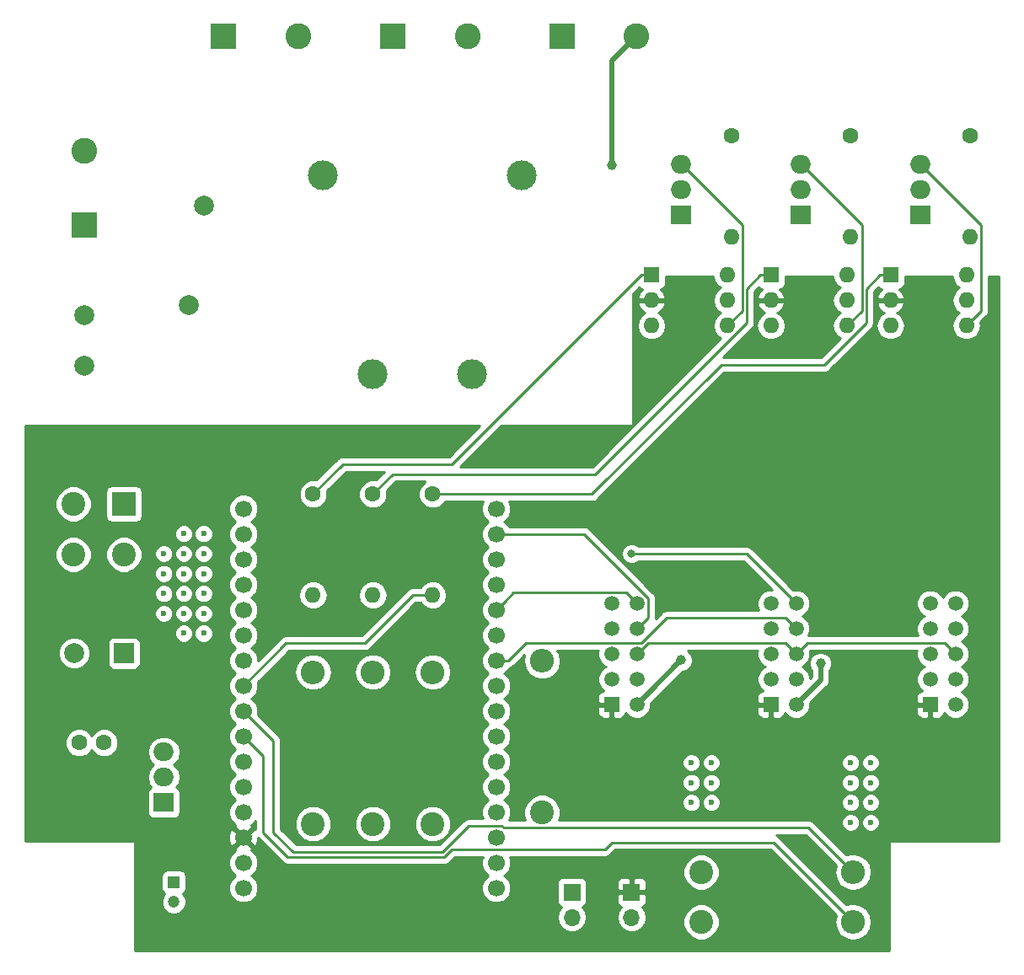
<source format=gbr>
G04 #@! TF.GenerationSoftware,KiCad,Pcbnew,5.0.1*
G04 #@! TF.CreationDate,2019-02-04T16:52:00+01:00*
G04 #@! TF.ProjectId,splitflap-berlin,73706C6974666C61702D6265726C696E,rev?*
G04 #@! TF.SameCoordinates,Original*
G04 #@! TF.FileFunction,Copper,L1,Top,Signal*
G04 #@! TF.FilePolarity,Positive*
%FSLAX46Y46*%
G04 Gerber Fmt 4.6, Leading zero omitted, Abs format (unit mm)*
G04 Created by KiCad (PCBNEW 5.0.1) date Mo 04 Feb 2019 16:52:00 CET*
%MOMM*%
%LPD*%
G01*
G04 APERTURE LIST*
G04 #@! TA.AperFunction,ViaPad*
%ADD10C,0.600000*%
G04 #@! TD*
G04 #@! TA.AperFunction,ComponentPad*
%ADD11C,2.400000*%
G04 #@! TD*
G04 #@! TA.AperFunction,ComponentPad*
%ADD12R,2.400000X2.400000*%
G04 #@! TD*
G04 #@! TA.AperFunction,ComponentPad*
%ADD13C,1.700000*%
G04 #@! TD*
G04 #@! TA.AperFunction,ComponentPad*
%ADD14C,2.000000*%
G04 #@! TD*
G04 #@! TA.AperFunction,ComponentPad*
%ADD15R,2.000000X2.000000*%
G04 #@! TD*
G04 #@! TA.AperFunction,ComponentPad*
%ADD16C,1.600000*%
G04 #@! TD*
G04 #@! TA.AperFunction,ComponentPad*
%ADD17C,1.200000*%
G04 #@! TD*
G04 #@! TA.AperFunction,ComponentPad*
%ADD18R,1.200000X1.200000*%
G04 #@! TD*
G04 #@! TA.AperFunction,ComponentPad*
%ADD19C,2.600000*%
G04 #@! TD*
G04 #@! TA.AperFunction,ComponentPad*
%ADD20R,2.600000X2.600000*%
G04 #@! TD*
G04 #@! TA.AperFunction,ComponentPad*
%ADD21O,1.700000X1.700000*%
G04 #@! TD*
G04 #@! TA.AperFunction,ComponentPad*
%ADD22R,1.700000X1.700000*%
G04 #@! TD*
G04 #@! TA.AperFunction,ComponentPad*
%ADD23O,2.000000X1.905000*%
G04 #@! TD*
G04 #@! TA.AperFunction,ComponentPad*
%ADD24R,2.000000X1.905000*%
G04 #@! TD*
G04 #@! TA.AperFunction,ComponentPad*
%ADD25O,1.600000X1.600000*%
G04 #@! TD*
G04 #@! TA.AperFunction,ComponentPad*
%ADD26C,3.000000*%
G04 #@! TD*
G04 #@! TA.AperFunction,ComponentPad*
%ADD27R,1.600000X1.600000*%
G04 #@! TD*
G04 #@! TA.AperFunction,ComponentPad*
%ADD28C,1.520000*%
G04 #@! TD*
G04 #@! TA.AperFunction,ComponentPad*
%ADD29R,1.520000X1.520000*%
G04 #@! TD*
G04 #@! TA.AperFunction,ComponentPad*
%ADD30O,2.400000X2.400000*%
G04 #@! TD*
G04 #@! TA.AperFunction,ViaPad*
%ADD31C,0.800000*%
G04 #@! TD*
G04 #@! TA.AperFunction,ViaPad*
%ADD32C,1.000000*%
G04 #@! TD*
G04 #@! TA.AperFunction,Conductor*
%ADD33C,0.250000*%
G04 #@! TD*
G04 #@! TA.AperFunction,Conductor*
%ADD34C,0.500000*%
G04 #@! TD*
G04 #@! TA.AperFunction,Conductor*
%ADD35C,0.254000*%
G04 #@! TD*
G04 APERTURE END LIST*
D10*
G04 #@! TO.N,N/C*
G04 #@! TO.C,REF\002A\002A*
X146000000Y-136000000D03*
G04 #@! TD*
G04 #@! TO.N,N/C*
G04 #@! TO.C,REF\002A\002A*
X144000000Y-136000000D03*
G04 #@! TD*
G04 #@! TO.N,N/C*
G04 #@! TO.C,REF\002A\002A*
X146000000Y-130000000D03*
G04 #@! TD*
G04 #@! TO.N,N/C*
G04 #@! TO.C,REF\002A\002A*
X146000000Y-132000000D03*
G04 #@! TD*
G04 #@! TO.N,N/C*
G04 #@! TO.C,REF\002A\002A*
X146000000Y-134000000D03*
G04 #@! TD*
G04 #@! TO.N,N/C*
G04 #@! TO.C,REF\002A\002A*
X144000000Y-134000000D03*
G04 #@! TD*
G04 #@! TO.N,N/C*
G04 #@! TO.C,REF\002A\002A*
X144000000Y-132000000D03*
G04 #@! TD*
G04 #@! TO.N,N/C*
G04 #@! TO.C,REF\002A\002A*
X144000000Y-130000000D03*
G04 #@! TD*
G04 #@! TO.N,N/C*
G04 #@! TO.C,REF\002A\002A*
X130000000Y-134000000D03*
G04 #@! TD*
G04 #@! TO.N,N/C*
G04 #@! TO.C,REF\002A\002A*
X128000000Y-134000000D03*
G04 #@! TD*
G04 #@! TO.N,N/C*
G04 #@! TO.C,REF\002A\002A*
X128000000Y-132000000D03*
G04 #@! TD*
G04 #@! TO.N,N/C*
G04 #@! TO.C,REF\002A\002A*
X130000000Y-132000000D03*
G04 #@! TD*
G04 #@! TO.N,N/C*
G04 #@! TO.C,REF\002A\002A*
X130000000Y-130000000D03*
G04 #@! TD*
G04 #@! TO.N,N/C*
G04 #@! TO.C,REF\002A\002A*
X77000000Y-107000000D03*
G04 #@! TD*
G04 #@! TO.N,N/C*
G04 #@! TO.C,REF\002A\002A*
X79000000Y-107000000D03*
G04 #@! TD*
G04 #@! TO.N,N/C*
G04 #@! TO.C,REF\002A\002A*
X79000000Y-117000000D03*
G04 #@! TD*
G04 #@! TO.N,N/C*
G04 #@! TO.C,REF\002A\002A*
X77000000Y-117000000D03*
G04 #@! TD*
G04 #@! TO.N,N/C*
G04 #@! TO.C,REF\002A\002A*
X75000000Y-115000000D03*
G04 #@! TD*
G04 #@! TO.N,N/C*
G04 #@! TO.C,REF\002A\002A*
X77000000Y-115000000D03*
G04 #@! TD*
G04 #@! TO.N,N/C*
G04 #@! TO.C,REF\002A\002A*
X79000000Y-115000000D03*
G04 #@! TD*
G04 #@! TO.N,N/C*
G04 #@! TO.C,REF\002A\002A*
X79000000Y-113000000D03*
G04 #@! TD*
G04 #@! TO.N,N/C*
G04 #@! TO.C,REF\002A\002A*
X77000000Y-113000000D03*
G04 #@! TD*
G04 #@! TO.N,N/C*
G04 #@! TO.C,REF\002A\002A*
X75000000Y-113000000D03*
G04 #@! TD*
G04 #@! TO.N,N/C*
G04 #@! TO.C,REF\002A\002A*
X75000000Y-111000000D03*
G04 #@! TD*
G04 #@! TO.N,N/C*
G04 #@! TO.C,REF\002A\002A*
X77000000Y-111000000D03*
G04 #@! TD*
G04 #@! TO.N,N/C*
G04 #@! TO.C,REF\002A\002A*
X79000000Y-111000000D03*
G04 #@! TD*
G04 #@! TO.N,N/C*
G04 #@! TO.C,REF\002A\002A*
X79000000Y-109000000D03*
G04 #@! TD*
G04 #@! TO.N,N/C*
G04 #@! TO.C,REF\002A\002A*
X77000000Y-109000000D03*
G04 #@! TD*
D11*
G04 #@! TO.P,D1,2*
G04 #@! TO.N,/GND-REGULATOR*
X65920000Y-109080000D03*
D12*
G04 #@! TO.P,D1,1*
G04 #@! TO.N,Net-(C1-Pad1)*
X71000000Y-104000000D03*
D11*
G04 #@! TO.P,D1,4*
G04 #@! TO.N,Net-(D1-Pad4)*
X65920000Y-104000000D03*
G04 #@! TO.P,D1,3*
G04 #@! TO.N,Net-(D1-Pad3)*
X71000000Y-109080000D03*
G04 #@! TD*
D13*
G04 #@! TO.P,U4,101*
G04 #@! TO.N,N/C*
X108400000Y-142600000D03*
G04 #@! TO.P,U4,100*
X83000000Y-142600000D03*
G04 #@! TO.P,U4,30*
G04 #@! TO.N,+3V3*
X108400000Y-140060000D03*
G04 #@! TO.P,U4,29*
G04 #@! TO.N,GND*
X108400000Y-137520000D03*
G04 #@! TO.P,U4,28*
G04 #@! TO.N,N/C*
X108400000Y-134980000D03*
G04 #@! TO.P,U4,27*
X108400000Y-132440000D03*
G04 #@! TO.P,U4,26*
X108400000Y-129900000D03*
G04 #@! TO.P,U4,25*
X108400000Y-127360000D03*
G04 #@! TO.P,U4,24*
X108400000Y-124820000D03*
G04 #@! TO.P,U4,23*
G04 #@! TO.N,/FLAP2*
X108400000Y-122280000D03*
G04 #@! TO.P,U4,22*
G04 #@! TO.N,/HOME2*
X108400000Y-119740000D03*
G04 #@! TO.P,U4,21*
G04 #@! TO.N,/MOTOR2*
X108400000Y-117200000D03*
G04 #@! TO.P,U4,20*
G04 #@! TO.N,/FLAP1*
X108400000Y-114660000D03*
G04 #@! TO.P,U4,19*
G04 #@! TO.N,N/C*
X108400000Y-112120000D03*
G04 #@! TO.P,U4,18*
X108400000Y-109580000D03*
G04 #@! TO.P,U4,17*
G04 #@! TO.N,/HOME1*
X108400000Y-107040000D03*
G04 #@! TO.P,U4,16*
G04 #@! TO.N,/MOTOR1*
X108400000Y-104500000D03*
G04 #@! TO.P,U4,15*
G04 #@! TO.N,N/C*
X83000000Y-140060000D03*
G04 #@! TO.P,U4,14*
G04 #@! TO.N,GND*
X83000000Y-137520000D03*
G04 #@! TO.P,U4,13*
G04 #@! TO.N,N/C*
X83000000Y-134980000D03*
G04 #@! TO.P,U4,12*
X83000000Y-132440000D03*
G04 #@! TO.P,U4,11*
X83000000Y-129900000D03*
G04 #@! TO.P,U4,10*
G04 #@! TO.N,/FLAP3*
X83000000Y-127360000D03*
G04 #@! TO.P,U4,9*
G04 #@! TO.N,/HOME3*
X83000000Y-124820000D03*
G04 #@! TO.P,U4,8*
G04 #@! TO.N,/MOTOR3*
X83000000Y-122280000D03*
G04 #@! TO.P,U4,7*
G04 #@! TO.N,N/C*
X83000000Y-119740000D03*
G04 #@! TO.P,U4,6*
X83000000Y-117200000D03*
G04 #@! TO.P,U4,5*
X83000000Y-114660000D03*
G04 #@! TO.P,U4,4*
X83000000Y-112120000D03*
G04 #@! TO.P,U4,3*
X83000000Y-109580000D03*
G04 #@! TO.P,U4,2*
X83000000Y-107040000D03*
G04 #@! TO.P,U4,1*
X83000000Y-104500000D03*
G04 #@! TD*
D14*
G04 #@! TO.P,C1,2*
G04 #@! TO.N,/GND-REGULATOR*
X66000000Y-119000000D03*
D15*
G04 #@! TO.P,C1,1*
G04 #@! TO.N,Net-(C1-Pad1)*
X71000000Y-119000000D03*
G04 #@! TD*
D16*
G04 #@! TO.P,C2,2*
G04 #@! TO.N,/GND-REGULATOR*
X66500000Y-128000000D03*
G04 #@! TO.P,C2,1*
G04 #@! TO.N,Net-(C1-Pad1)*
X69000000Y-128000000D03*
G04 #@! TD*
D17*
G04 #@! TO.P,C3,2*
G04 #@! TO.N,/GND-REGULATOR*
X76000000Y-144000000D03*
D18*
G04 #@! TO.P,C3,1*
G04 #@! TO.N,/VCC-REGULATOR*
X76000000Y-142000000D03*
G04 #@! TD*
D14*
G04 #@! TO.P,F1,2*
G04 #@! TO.N,/+230VAC-FUSED*
X66990000Y-90080000D03*
G04 #@! TO.P,F1,1*
G04 #@! TO.N,/+230VAC*
X67000000Y-85000000D03*
G04 #@! TD*
D19*
G04 #@! TO.P,J1,2*
G04 #@! TO.N,/-230VAC*
X67000000Y-68500000D03*
D20*
G04 #@! TO.P,J1,1*
G04 #@! TO.N,/+230VAC*
X67000000Y-76000000D03*
G04 #@! TD*
D21*
G04 #@! TO.P,JP1,2*
G04 #@! TO.N,/GND-REGULATOR*
X122000000Y-145540000D03*
D22*
G04 #@! TO.P,JP1,1*
G04 #@! TO.N,GND*
X122000000Y-143000000D03*
G04 #@! TD*
D21*
G04 #@! TO.P,JP2,2*
G04 #@! TO.N,/VCC-REGULATOR*
X116000000Y-145540000D03*
D22*
G04 #@! TO.P,JP2,1*
G04 #@! TO.N,+3V3*
X116000000Y-143000000D03*
G04 #@! TD*
D23*
G04 #@! TO.P,Q1,3*
G04 #@! TO.N,Net-(Q1-Pad3)*
X127000000Y-69920000D03*
G04 #@! TO.P,Q1,2*
G04 #@! TO.N,48VAC_L*
X127000000Y-72460000D03*
D24*
G04 #@! TO.P,Q1,1*
G04 #@! TO.N,/MOTOR1-AC*
X127000000Y-75000000D03*
G04 #@! TD*
D23*
G04 #@! TO.P,Q2,3*
G04 #@! TO.N,Net-(Q2-Pad3)*
X151000000Y-69920000D03*
G04 #@! TO.P,Q2,2*
G04 #@! TO.N,48VAC_L*
X151000000Y-72460000D03*
D24*
G04 #@! TO.P,Q2,1*
G04 #@! TO.N,/MOTOR3-AC*
X151000000Y-75000000D03*
G04 #@! TD*
D23*
G04 #@! TO.P,Q3,3*
G04 #@! TO.N,Net-(Q3-Pad3)*
X139000000Y-69920000D03*
G04 #@! TO.P,Q3,2*
G04 #@! TO.N,48VAC_L*
X139000000Y-72460000D03*
D24*
G04 #@! TO.P,Q3,1*
G04 #@! TO.N,/MOTOR2-AC*
X139000000Y-75000000D03*
G04 #@! TD*
D25*
G04 #@! TO.P,R1,2*
G04 #@! TO.N,/MOTOR1*
X90000000Y-113160000D03*
D16*
G04 #@! TO.P,R1,1*
G04 #@! TO.N,Net-(R1-Pad1)*
X90000000Y-103000000D03*
G04 #@! TD*
D25*
G04 #@! TO.P,R2,2*
G04 #@! TO.N,/MOTOR3*
X102000000Y-113160000D03*
D16*
G04 #@! TO.P,R2,1*
G04 #@! TO.N,Net-(R2-Pad1)*
X102000000Y-103000000D03*
G04 #@! TD*
D25*
G04 #@! TO.P,R3,2*
G04 #@! TO.N,Net-(R3-Pad2)*
X132000000Y-77160000D03*
D16*
G04 #@! TO.P,R3,1*
G04 #@! TO.N,48VAC_L*
X132000000Y-67000000D03*
G04 #@! TD*
D25*
G04 #@! TO.P,R4,2*
G04 #@! TO.N,Net-(R4-Pad2)*
X156000000Y-77160000D03*
D16*
G04 #@! TO.P,R4,1*
G04 #@! TO.N,48VAC_L*
X156000000Y-67000000D03*
G04 #@! TD*
D25*
G04 #@! TO.P,R7,2*
G04 #@! TO.N,/MOTOR2*
X96000000Y-113160000D03*
D16*
G04 #@! TO.P,R7,1*
G04 #@! TO.N,Net-(R7-Pad1)*
X96000000Y-103000000D03*
G04 #@! TD*
D25*
G04 #@! TO.P,R9,2*
G04 #@! TO.N,Net-(R9-Pad2)*
X144000000Y-77160000D03*
D16*
G04 #@! TO.P,R9,1*
G04 #@! TO.N,48VAC_L*
X144000000Y-67000000D03*
G04 #@! TD*
D14*
G04 #@! TO.P,RV1,2*
G04 #@! TO.N,/+230VAC-FUSED*
X77500000Y-84000000D03*
G04 #@! TO.P,RV1,1*
G04 #@! TO.N,/-230VAC*
X79000000Y-74000000D03*
G04 #@! TD*
D19*
G04 #@! TO.P,T1,6*
G04 #@! TO.N,48VAC_N*
X122500000Y-57000000D03*
D20*
G04 #@! TO.P,T1,5*
G04 #@! TO.N,Net-(T1-Pad4)*
X115000000Y-57000000D03*
G04 #@! TO.P,T1,3*
G04 #@! TO.N,48VAC_L*
X98000000Y-57000000D03*
D19*
G04 #@! TO.P,T1,4*
G04 #@! TO.N,Net-(T1-Pad4)*
X105500000Y-57000000D03*
G04 #@! TO.P,T1,2*
G04 #@! TO.N,/+230VAC-FUSED*
X88500000Y-57000000D03*
D20*
G04 #@! TO.P,T1,1*
G04 #@! TO.N,/-230VAC*
X81000000Y-57000000D03*
G04 #@! TD*
D26*
G04 #@! TO.P,T2,3*
G04 #@! TO.N,Net-(D1-Pad4)*
X96000000Y-91000000D03*
G04 #@! TO.P,T2,4*
G04 #@! TO.N,Net-(D1-Pad3)*
X106000000Y-91000000D03*
G04 #@! TO.P,T2,2*
G04 #@! TO.N,/+230VAC-FUSED*
X111000000Y-71000000D03*
G04 #@! TO.P,T2,1*
G04 #@! TO.N,/-230VAC*
X91000000Y-71000000D03*
G04 #@! TD*
D25*
G04 #@! TO.P,U1,6*
G04 #@! TO.N,Net-(R3-Pad2)*
X131620000Y-81000000D03*
G04 #@! TO.P,U1,3*
G04 #@! TO.N,N/C*
X124000000Y-86080000D03*
G04 #@! TO.P,U1,5*
X131620000Y-83540000D03*
G04 #@! TO.P,U1,2*
G04 #@! TO.N,GND*
X124000000Y-83540000D03*
G04 #@! TO.P,U1,4*
G04 #@! TO.N,Net-(Q1-Pad3)*
X131620000Y-86080000D03*
D27*
G04 #@! TO.P,U1,1*
G04 #@! TO.N,Net-(R1-Pad1)*
X124000000Y-81000000D03*
G04 #@! TD*
D25*
G04 #@! TO.P,U2,6*
G04 #@! TO.N,Net-(R4-Pad2)*
X155620000Y-81000000D03*
G04 #@! TO.P,U2,3*
G04 #@! TO.N,N/C*
X148000000Y-86080000D03*
G04 #@! TO.P,U2,5*
X155620000Y-83540000D03*
G04 #@! TO.P,U2,2*
G04 #@! TO.N,GND*
X148000000Y-83540000D03*
G04 #@! TO.P,U2,4*
G04 #@! TO.N,Net-(Q2-Pad3)*
X155620000Y-86080000D03*
D27*
G04 #@! TO.P,U2,1*
G04 #@! TO.N,Net-(R2-Pad1)*
X148000000Y-81000000D03*
G04 #@! TD*
D23*
G04 #@! TO.P,U3,3*
G04 #@! TO.N,Net-(C1-Pad1)*
X75000000Y-128920000D03*
G04 #@! TO.P,U3,2*
G04 #@! TO.N,/VCC-REGULATOR*
X75000000Y-131460000D03*
D24*
G04 #@! TO.P,U3,1*
G04 #@! TO.N,/GND-REGULATOR*
X75000000Y-134000000D03*
G04 #@! TD*
D25*
G04 #@! TO.P,U5,6*
G04 #@! TO.N,Net-(R9-Pad2)*
X143620000Y-81000000D03*
G04 #@! TO.P,U5,3*
G04 #@! TO.N,N/C*
X136000000Y-86080000D03*
G04 #@! TO.P,U5,5*
X143620000Y-83540000D03*
G04 #@! TO.P,U5,2*
G04 #@! TO.N,GND*
X136000000Y-83540000D03*
G04 #@! TO.P,U5,4*
G04 #@! TO.N,Net-(Q3-Pad3)*
X143620000Y-86080000D03*
D27*
G04 #@! TO.P,U5,1*
G04 #@! TO.N,Net-(R7-Pad1)*
X136000000Y-81000000D03*
G04 #@! TD*
D28*
G04 #@! TO.P,J2,2*
G04 #@! TO.N,/MOTOR1-AC*
X122540000Y-124160000D03*
G04 #@! TO.P,J2,9*
G04 #@! TO.N,N/C*
X120000000Y-114000000D03*
G04 #@! TO.P,J2,4*
G04 #@! TO.N,48VAC_N*
X122540000Y-121620000D03*
G04 #@! TO.P,J2,3*
G04 #@! TO.N,N/C*
X120000000Y-121620000D03*
G04 #@! TO.P,J2,6*
G04 #@! TO.N,+3V3*
X122540000Y-119080000D03*
G04 #@! TO.P,J2,5*
G04 #@! TO.N,N/C*
X120000000Y-119080000D03*
G04 #@! TO.P,J2,8*
G04 #@! TO.N,/HOME1*
X122540000Y-116540000D03*
G04 #@! TO.P,J2,7*
G04 #@! TO.N,N/C*
X120000000Y-116540000D03*
G04 #@! TO.P,J2,10*
G04 #@! TO.N,/FLAP1*
X122540000Y-114000000D03*
D29*
G04 #@! TO.P,J2,1*
G04 #@! TO.N,GND*
X120000000Y-124160000D03*
G04 #@! TD*
D28*
G04 #@! TO.P,J3,2*
G04 #@! TO.N,/MOTOR3-AC*
X154540000Y-124160000D03*
G04 #@! TO.P,J3,9*
G04 #@! TO.N,N/C*
X152000000Y-114000000D03*
G04 #@! TO.P,J3,4*
G04 #@! TO.N,48VAC_N*
X154540000Y-121620000D03*
G04 #@! TO.P,J3,3*
G04 #@! TO.N,N/C*
X152000000Y-121620000D03*
G04 #@! TO.P,J3,6*
G04 #@! TO.N,+3V3*
X154540000Y-119080000D03*
G04 #@! TO.P,J3,5*
G04 #@! TO.N,N/C*
X152000000Y-119080000D03*
G04 #@! TO.P,J3,8*
G04 #@! TO.N,/HOME3*
X154540000Y-116540000D03*
G04 #@! TO.P,J3,7*
G04 #@! TO.N,N/C*
X152000000Y-116540000D03*
G04 #@! TO.P,J3,10*
G04 #@! TO.N,/FLAP3*
X154540000Y-114000000D03*
D29*
G04 #@! TO.P,J3,1*
G04 #@! TO.N,GND*
X152000000Y-124160000D03*
G04 #@! TD*
D28*
G04 #@! TO.P,J4,2*
G04 #@! TO.N,/MOTOR2-AC*
X138540000Y-124160000D03*
G04 #@! TO.P,J4,9*
G04 #@! TO.N,N/C*
X136000000Y-114000000D03*
G04 #@! TO.P,J4,4*
G04 #@! TO.N,48VAC_N*
X138540000Y-121620000D03*
G04 #@! TO.P,J4,3*
G04 #@! TO.N,N/C*
X136000000Y-121620000D03*
G04 #@! TO.P,J4,6*
G04 #@! TO.N,+3V3*
X138540000Y-119080000D03*
G04 #@! TO.P,J4,5*
G04 #@! TO.N,N/C*
X136000000Y-119080000D03*
G04 #@! TO.P,J4,8*
G04 #@! TO.N,/HOME2*
X138540000Y-116540000D03*
G04 #@! TO.P,J4,7*
G04 #@! TO.N,N/C*
X136000000Y-116540000D03*
G04 #@! TO.P,J4,10*
G04 #@! TO.N,/FLAP2*
X138540000Y-114000000D03*
D29*
G04 #@! TO.P,J4,1*
G04 #@! TO.N,GND*
X136000000Y-124160000D03*
G04 #@! TD*
D11*
G04 #@! TO.P,R5,1*
G04 #@! TO.N,+3V3*
X129000000Y-146000000D03*
D30*
G04 #@! TO.P,R5,2*
G04 #@! TO.N,/FLAP3*
X144240000Y-146000000D03*
G04 #@! TD*
G04 #@! TO.P,R6,2*
G04 #@! TO.N,/HOME3*
X144240000Y-141000000D03*
D11*
G04 #@! TO.P,R6,1*
G04 #@! TO.N,+3V3*
X129000000Y-141000000D03*
G04 #@! TD*
G04 #@! TO.P,R8,1*
G04 #@! TO.N,+3V3*
X90000000Y-136160000D03*
D30*
G04 #@! TO.P,R8,2*
G04 #@! TO.N,/HOME1*
X90000000Y-120920000D03*
G04 #@! TD*
G04 #@! TO.P,R10,2*
G04 #@! TO.N,/FLAP1*
X96000000Y-120920000D03*
D11*
G04 #@! TO.P,R10,1*
G04 #@! TO.N,+3V3*
X96000000Y-136160000D03*
G04 #@! TD*
G04 #@! TO.P,R11,1*
G04 #@! TO.N,+3V3*
X102000000Y-136160000D03*
D30*
G04 #@! TO.P,R11,2*
G04 #@! TO.N,/HOME2*
X102000000Y-120920000D03*
G04 #@! TD*
G04 #@! TO.P,R12,2*
G04 #@! TO.N,/FLAP2*
X113000000Y-119760000D03*
D11*
G04 #@! TO.P,R12,1*
G04 #@! TO.N,+3V3*
X113000000Y-135000000D03*
G04 #@! TD*
D10*
G04 #@! TO.N,N/C*
G04 #@! TO.C,REF\002A\002A*
X75000000Y-109000000D03*
G04 #@! TD*
G04 #@! TO.N,N/C*
G04 #@! TO.C,REF\002A\002A*
X128000000Y-130000000D03*
G04 #@! TD*
D31*
G04 #@! TO.N,/FLAP2*
X122000000Y-109000000D03*
D32*
G04 #@! TO.N,48VAC_N*
X120000000Y-70000000D03*
G04 #@! TO.N,/MOTOR1-AC*
X127000000Y-119700000D03*
G04 #@! TO.N,/MOTOR2-AC*
X141000000Y-120000000D03*
G04 #@! TD*
D33*
G04 #@! TO.N,/FLAP1*
X109249999Y-113810001D02*
X108400000Y-114660000D01*
X121454999Y-112914999D02*
X110145001Y-112914999D01*
X110145001Y-112914999D02*
X109249999Y-113810001D01*
X122540000Y-114000000D02*
X121454999Y-112914999D01*
G04 #@! TO.N,+3V3*
X137780001Y-118320001D02*
X138540000Y-119080000D01*
X123625001Y-117994999D02*
X137454999Y-117994999D01*
X137454999Y-117994999D02*
X137780001Y-118320001D01*
X122540000Y-119080000D02*
X123625001Y-117994999D01*
X153780001Y-118320001D02*
X154540000Y-119080000D01*
X153454999Y-117994999D02*
X153780001Y-118320001D01*
X139625001Y-117994999D02*
X153454999Y-117994999D01*
X138540000Y-119080000D02*
X139625001Y-117994999D01*
G04 #@! TO.N,/HOME1*
X117185802Y-107040000D02*
X109602081Y-107040000D01*
X123625001Y-113479199D02*
X117185802Y-107040000D01*
X109602081Y-107040000D02*
X108400000Y-107040000D01*
X123625001Y-115454999D02*
X123625001Y-113479199D01*
X122540000Y-116540000D02*
X123625001Y-115454999D01*
G04 #@! TO.N,/HOME2*
X137780001Y-115780001D02*
X138540000Y-116540000D01*
X137454999Y-115454999D02*
X137780001Y-115780001D01*
X125528591Y-115454999D02*
X137454999Y-115454999D01*
X122988591Y-117994999D02*
X125528591Y-115454999D01*
X111347082Y-117994999D02*
X122988591Y-117994999D01*
X109602081Y-119740000D02*
X111347082Y-117994999D01*
X108400000Y-119740000D02*
X109602081Y-119740000D01*
G04 #@! TO.N,/FLAP2*
X138540000Y-114000000D02*
X133540000Y-109000000D01*
X133540000Y-109000000D02*
X122000000Y-109000000D01*
G04 #@! TO.N,/HOME3*
X86000000Y-137000000D02*
X86000000Y-127820000D01*
X105655001Y-136344999D02*
X103000000Y-139000000D01*
X88000000Y-139000000D02*
X86000000Y-137000000D01*
X108964001Y-136344999D02*
X105655001Y-136344999D01*
X86000000Y-127820000D02*
X83000000Y-124820000D01*
X103000000Y-139000000D02*
X88000000Y-139000000D01*
X109144003Y-136525001D02*
X108964001Y-136344999D01*
X139765001Y-136525001D02*
X109144003Y-136525001D01*
X144240000Y-141000000D02*
X139765001Y-136525001D01*
G04 #@! TO.N,/FLAP3*
X103186400Y-139450010D02*
X87450010Y-139450010D01*
X103941409Y-138695001D02*
X103186400Y-139450010D01*
X87450010Y-139450010D02*
X85000000Y-137000000D01*
X85000000Y-129360000D02*
X83000000Y-127360000D01*
X85000000Y-137000000D02*
X85000000Y-129360000D01*
X103941409Y-138695001D02*
X119304999Y-138695001D01*
X119304999Y-138695001D02*
X120000000Y-138000000D01*
X136240000Y-138000000D02*
X144240000Y-146000000D01*
X120000000Y-138000000D02*
X136240000Y-138000000D01*
G04 #@! TO.N,Net-(Q1-Pad3)*
X127047500Y-69920000D02*
X127000000Y-69920000D01*
X133125001Y-75997501D02*
X127047500Y-69920000D01*
X133125001Y-84574999D02*
X133125001Y-75997501D01*
X131620000Y-86080000D02*
X133125001Y-84574999D01*
G04 #@! TO.N,Net-(Q2-Pad3)*
X151047500Y-69920000D02*
X151000000Y-69920000D01*
X157125001Y-75997501D02*
X151047500Y-69920000D01*
X157125001Y-84574999D02*
X157125001Y-75997501D01*
X155620000Y-86080000D02*
X157125001Y-84574999D01*
G04 #@! TO.N,Net-(Q3-Pad3)*
X139047500Y-69920000D02*
X139000000Y-69920000D01*
X145125001Y-75997501D02*
X139047500Y-69920000D01*
X145125001Y-84574999D02*
X145125001Y-75997501D01*
X143620000Y-86080000D02*
X145125001Y-84574999D01*
G04 #@! TO.N,Net-(R1-Pad1)*
X122950000Y-81000000D02*
X103950000Y-100000000D01*
X124000000Y-81000000D02*
X122950000Y-81000000D01*
X93000000Y-100000000D02*
X90000000Y-103000000D01*
X103950000Y-100000000D02*
X93000000Y-100000000D01*
G04 #@! TO.N,Net-(R2-Pad1)*
X145575011Y-85789991D02*
X141365002Y-90000000D01*
X145575011Y-82374989D02*
X145575011Y-85789991D01*
X148000000Y-81000000D02*
X146950000Y-81000000D01*
X146950000Y-81000000D02*
X145575011Y-82374989D01*
X141365002Y-90000000D02*
X131000000Y-90000000D01*
X118000000Y-103000000D02*
X102000000Y-103000000D01*
X131000000Y-90000000D02*
X118000000Y-103000000D01*
G04 #@! TO.N,Net-(R7-Pad1)*
X133575011Y-85789991D02*
X118365002Y-101000000D01*
X133575011Y-82374989D02*
X133575011Y-85789991D01*
X136000000Y-81000000D02*
X134950000Y-81000000D01*
X134950000Y-81000000D02*
X133575011Y-82374989D01*
X98000000Y-101000000D02*
X96000000Y-103000000D01*
X118365002Y-101000000D02*
X98000000Y-101000000D01*
G04 #@! TO.N,/MOTOR3*
X100000000Y-113177002D02*
X95177002Y-118000000D01*
X100000000Y-113160000D02*
X100000000Y-113177002D01*
X102000000Y-113160000D02*
X100000000Y-113160000D01*
X87280000Y-118000000D02*
X83000000Y-122280000D01*
X95177002Y-118000000D02*
X87280000Y-118000000D01*
D34*
G04 #@! TO.N,48VAC_N*
X120000000Y-59500000D02*
X122500000Y-57000000D01*
X120000000Y-70000000D02*
X120000000Y-59500000D01*
G04 #@! TO.N,/MOTOR1-AC*
X123569999Y-123130001D02*
X122540000Y-124160000D01*
X127000000Y-119700000D02*
X123569999Y-123130001D01*
G04 #@! TO.N,/MOTOR2-AC*
X141000000Y-121700000D02*
X138540000Y-124160000D01*
X141000000Y-120000000D02*
X141000000Y-121700000D01*
G04 #@! TD*
D35*
G04 #@! TO.N,GND*
G36*
X154268260Y-81559909D02*
X154585423Y-82034577D01*
X154937758Y-82270000D01*
X154585423Y-82505423D01*
X154268260Y-82980091D01*
X154156887Y-83540000D01*
X154268260Y-84099909D01*
X154585423Y-84574577D01*
X154937758Y-84810000D01*
X154585423Y-85045423D01*
X154268260Y-85520091D01*
X154156887Y-86080000D01*
X154268260Y-86639909D01*
X154585423Y-87114577D01*
X155060091Y-87431740D01*
X155478667Y-87515000D01*
X155761333Y-87515000D01*
X156179909Y-87431740D01*
X156654577Y-87114577D01*
X156971740Y-86639909D01*
X157083113Y-86080000D01*
X157018688Y-85756114D01*
X157609474Y-85165328D01*
X157672930Y-85122928D01*
X157724717Y-85045423D01*
X157840905Y-84871537D01*
X157869404Y-84728260D01*
X157885001Y-84649851D01*
X157885001Y-84649847D01*
X157899889Y-84574999D01*
X157885001Y-84500151D01*
X157885001Y-81127000D01*
X158873000Y-81127000D01*
X158873000Y-137873000D01*
X148000000Y-137873000D01*
X147951399Y-137882667D01*
X147910197Y-137910197D01*
X147882667Y-137951399D01*
X147873000Y-138000000D01*
X147873000Y-148873000D01*
X72127000Y-148873000D01*
X72127000Y-145540000D01*
X114485908Y-145540000D01*
X114601161Y-146119418D01*
X114929375Y-146610625D01*
X115420582Y-146938839D01*
X115853744Y-147025000D01*
X116146256Y-147025000D01*
X116579418Y-146938839D01*
X117070625Y-146610625D01*
X117398839Y-146119418D01*
X117514092Y-145540000D01*
X120485908Y-145540000D01*
X120601161Y-146119418D01*
X120929375Y-146610625D01*
X121420582Y-146938839D01*
X121853744Y-147025000D01*
X122146256Y-147025000D01*
X122579418Y-146938839D01*
X123070625Y-146610625D01*
X123398839Y-146119418D01*
X123495196Y-145634996D01*
X127165000Y-145634996D01*
X127165000Y-146365004D01*
X127444362Y-147039444D01*
X127960556Y-147555638D01*
X128634996Y-147835000D01*
X129365004Y-147835000D01*
X130039444Y-147555638D01*
X130555638Y-147039444D01*
X130835000Y-146365004D01*
X130835000Y-145634996D01*
X130555638Y-144960556D01*
X130039444Y-144444362D01*
X129365004Y-144165000D01*
X128634996Y-144165000D01*
X127960556Y-144444362D01*
X127444362Y-144960556D01*
X127165000Y-145634996D01*
X123495196Y-145634996D01*
X123514092Y-145540000D01*
X123398839Y-144960582D01*
X123070625Y-144469375D01*
X123048967Y-144454904D01*
X123209698Y-144388327D01*
X123388327Y-144209699D01*
X123485000Y-143976310D01*
X123485000Y-143285750D01*
X123326250Y-143127000D01*
X122127000Y-143127000D01*
X122127000Y-143147000D01*
X121873000Y-143147000D01*
X121873000Y-143127000D01*
X120673750Y-143127000D01*
X120515000Y-143285750D01*
X120515000Y-143976310D01*
X120611673Y-144209699D01*
X120790302Y-144388327D01*
X120951033Y-144454904D01*
X120929375Y-144469375D01*
X120601161Y-144960582D01*
X120485908Y-145540000D01*
X117514092Y-145540000D01*
X117398839Y-144960582D01*
X117070625Y-144469375D01*
X117052381Y-144457184D01*
X117097765Y-144448157D01*
X117307809Y-144307809D01*
X117448157Y-144097765D01*
X117497440Y-143850000D01*
X117497440Y-142150000D01*
X117472316Y-142023690D01*
X120515000Y-142023690D01*
X120515000Y-142714250D01*
X120673750Y-142873000D01*
X121873000Y-142873000D01*
X121873000Y-141673750D01*
X122127000Y-141673750D01*
X122127000Y-142873000D01*
X123326250Y-142873000D01*
X123485000Y-142714250D01*
X123485000Y-142023690D01*
X123388327Y-141790301D01*
X123209698Y-141611673D01*
X122976309Y-141515000D01*
X122285750Y-141515000D01*
X122127000Y-141673750D01*
X121873000Y-141673750D01*
X121714250Y-141515000D01*
X121023691Y-141515000D01*
X120790302Y-141611673D01*
X120611673Y-141790301D01*
X120515000Y-142023690D01*
X117472316Y-142023690D01*
X117448157Y-141902235D01*
X117307809Y-141692191D01*
X117097765Y-141551843D01*
X116850000Y-141502560D01*
X115150000Y-141502560D01*
X114902235Y-141551843D01*
X114692191Y-141692191D01*
X114551843Y-141902235D01*
X114502560Y-142150000D01*
X114502560Y-143850000D01*
X114551843Y-144097765D01*
X114692191Y-144307809D01*
X114902235Y-144448157D01*
X114947619Y-144457184D01*
X114929375Y-144469375D01*
X114601161Y-144960582D01*
X114485908Y-145540000D01*
X72127000Y-145540000D01*
X72127000Y-141400000D01*
X74752560Y-141400000D01*
X74752560Y-142600000D01*
X74801843Y-142847765D01*
X74942191Y-143057809D01*
X75094121Y-143159326D01*
X74953018Y-143300429D01*
X74765000Y-143754343D01*
X74765000Y-144245657D01*
X74953018Y-144699571D01*
X75300429Y-145046982D01*
X75754343Y-145235000D01*
X76245657Y-145235000D01*
X76699571Y-145046982D01*
X77046982Y-144699571D01*
X77235000Y-144245657D01*
X77235000Y-143754343D01*
X77046982Y-143300429D01*
X76905879Y-143159326D01*
X77057809Y-143057809D01*
X77198157Y-142847765D01*
X77247440Y-142600000D01*
X77247440Y-141400000D01*
X77198157Y-141152235D01*
X77057809Y-140942191D01*
X76847765Y-140801843D01*
X76600000Y-140752560D01*
X75400000Y-140752560D01*
X75152235Y-140801843D01*
X74942191Y-140942191D01*
X74801843Y-141152235D01*
X74752560Y-141400000D01*
X72127000Y-141400000D01*
X72127000Y-139764615D01*
X81515000Y-139764615D01*
X81515000Y-140355385D01*
X81741078Y-140901185D01*
X82158815Y-141318922D01*
X82185560Y-141330000D01*
X82158815Y-141341078D01*
X81741078Y-141758815D01*
X81515000Y-142304615D01*
X81515000Y-142895385D01*
X81741078Y-143441185D01*
X82158815Y-143858922D01*
X82704615Y-144085000D01*
X83295385Y-144085000D01*
X83841185Y-143858922D01*
X84258922Y-143441185D01*
X84485000Y-142895385D01*
X84485000Y-142304615D01*
X84258922Y-141758815D01*
X83841185Y-141341078D01*
X83814440Y-141330000D01*
X83841185Y-141318922D01*
X84258922Y-140901185D01*
X84485000Y-140355385D01*
X84485000Y-139764615D01*
X84258922Y-139218815D01*
X83841185Y-138801078D01*
X83794753Y-138781845D01*
X83864353Y-138563958D01*
X83000000Y-137699605D01*
X82135647Y-138563958D01*
X82205247Y-138781845D01*
X82158815Y-138801078D01*
X81741078Y-139218815D01*
X81515000Y-139764615D01*
X72127000Y-139764615D01*
X72127000Y-138000000D01*
X72117333Y-137951399D01*
X72089803Y-137910197D01*
X72048601Y-137882667D01*
X72000000Y-137873000D01*
X61127000Y-137873000D01*
X61127000Y-137291279D01*
X81503282Y-137291279D01*
X81529685Y-137881458D01*
X81704741Y-138304080D01*
X81956042Y-138384353D01*
X82820395Y-137520000D01*
X81956042Y-136655647D01*
X81704741Y-136735920D01*
X81503282Y-137291279D01*
X61127000Y-137291279D01*
X61127000Y-127714561D01*
X65065000Y-127714561D01*
X65065000Y-128285439D01*
X65283466Y-128812862D01*
X65687138Y-129216534D01*
X66214561Y-129435000D01*
X66785439Y-129435000D01*
X67312862Y-129216534D01*
X67716534Y-128812862D01*
X67750000Y-128732068D01*
X67783466Y-128812862D01*
X68187138Y-129216534D01*
X68714561Y-129435000D01*
X69285439Y-129435000D01*
X69812862Y-129216534D01*
X70109396Y-128920000D01*
X73333900Y-128920000D01*
X73457109Y-129539411D01*
X73807977Y-130064523D01*
X73995767Y-130190000D01*
X73807977Y-130315477D01*
X73457109Y-130840589D01*
X73333900Y-131460000D01*
X73457109Y-132079411D01*
X73719088Y-132471491D01*
X73542191Y-132589691D01*
X73401843Y-132799735D01*
X73352560Y-133047500D01*
X73352560Y-134952500D01*
X73401843Y-135200265D01*
X73542191Y-135410309D01*
X73752235Y-135550657D01*
X74000000Y-135599940D01*
X76000000Y-135599940D01*
X76247765Y-135550657D01*
X76457809Y-135410309D01*
X76598157Y-135200265D01*
X76647440Y-134952500D01*
X76647440Y-133047500D01*
X76598157Y-132799735D01*
X76457809Y-132589691D01*
X76280912Y-132471491D01*
X76542891Y-132079411D01*
X76666100Y-131460000D01*
X76542891Y-130840589D01*
X76192023Y-130315477D01*
X76004233Y-130190000D01*
X76192023Y-130064523D01*
X76542891Y-129539411D01*
X76666100Y-128920000D01*
X76542891Y-128300589D01*
X76192023Y-127775477D01*
X75666911Y-127424609D01*
X75203850Y-127332500D01*
X74796150Y-127332500D01*
X74333089Y-127424609D01*
X73807977Y-127775477D01*
X73457109Y-128300589D01*
X73333900Y-128920000D01*
X70109396Y-128920000D01*
X70216534Y-128812862D01*
X70435000Y-128285439D01*
X70435000Y-127714561D01*
X70216534Y-127187138D01*
X69812862Y-126783466D01*
X69285439Y-126565000D01*
X68714561Y-126565000D01*
X68187138Y-126783466D01*
X67783466Y-127187138D01*
X67750000Y-127267932D01*
X67716534Y-127187138D01*
X67312862Y-126783466D01*
X66785439Y-126565000D01*
X66214561Y-126565000D01*
X65687138Y-126783466D01*
X65283466Y-127187138D01*
X65065000Y-127714561D01*
X61127000Y-127714561D01*
X61127000Y-118674778D01*
X64365000Y-118674778D01*
X64365000Y-119325222D01*
X64613914Y-119926153D01*
X65073847Y-120386086D01*
X65674778Y-120635000D01*
X66325222Y-120635000D01*
X66926153Y-120386086D01*
X67386086Y-119926153D01*
X67635000Y-119325222D01*
X67635000Y-118674778D01*
X67386086Y-118073847D01*
X67312239Y-118000000D01*
X69352560Y-118000000D01*
X69352560Y-120000000D01*
X69401843Y-120247765D01*
X69542191Y-120457809D01*
X69752235Y-120598157D01*
X70000000Y-120647440D01*
X72000000Y-120647440D01*
X72247765Y-120598157D01*
X72457809Y-120457809D01*
X72598157Y-120247765D01*
X72647440Y-120000000D01*
X72647440Y-118000000D01*
X72598157Y-117752235D01*
X72457809Y-117542191D01*
X72247765Y-117401843D01*
X72000000Y-117352560D01*
X70000000Y-117352560D01*
X69752235Y-117401843D01*
X69542191Y-117542191D01*
X69401843Y-117752235D01*
X69352560Y-118000000D01*
X67312239Y-118000000D01*
X66926153Y-117613914D01*
X66325222Y-117365000D01*
X65674778Y-117365000D01*
X65073847Y-117613914D01*
X64613914Y-118073847D01*
X64365000Y-118674778D01*
X61127000Y-118674778D01*
X61127000Y-116814017D01*
X76065000Y-116814017D01*
X76065000Y-117185983D01*
X76207345Y-117529635D01*
X76470365Y-117792655D01*
X76814017Y-117935000D01*
X77185983Y-117935000D01*
X77529635Y-117792655D01*
X77792655Y-117529635D01*
X77935000Y-117185983D01*
X77935000Y-116814017D01*
X78065000Y-116814017D01*
X78065000Y-117185983D01*
X78207345Y-117529635D01*
X78470365Y-117792655D01*
X78814017Y-117935000D01*
X79185983Y-117935000D01*
X79529635Y-117792655D01*
X79792655Y-117529635D01*
X79935000Y-117185983D01*
X79935000Y-116814017D01*
X79792655Y-116470365D01*
X79529635Y-116207345D01*
X79185983Y-116065000D01*
X78814017Y-116065000D01*
X78470365Y-116207345D01*
X78207345Y-116470365D01*
X78065000Y-116814017D01*
X77935000Y-116814017D01*
X77792655Y-116470365D01*
X77529635Y-116207345D01*
X77185983Y-116065000D01*
X76814017Y-116065000D01*
X76470365Y-116207345D01*
X76207345Y-116470365D01*
X76065000Y-116814017D01*
X61127000Y-116814017D01*
X61127000Y-114814017D01*
X74065000Y-114814017D01*
X74065000Y-115185983D01*
X74207345Y-115529635D01*
X74470365Y-115792655D01*
X74814017Y-115935000D01*
X75185983Y-115935000D01*
X75529635Y-115792655D01*
X75792655Y-115529635D01*
X75935000Y-115185983D01*
X75935000Y-114814017D01*
X76065000Y-114814017D01*
X76065000Y-115185983D01*
X76207345Y-115529635D01*
X76470365Y-115792655D01*
X76814017Y-115935000D01*
X77185983Y-115935000D01*
X77529635Y-115792655D01*
X77792655Y-115529635D01*
X77935000Y-115185983D01*
X77935000Y-114814017D01*
X78065000Y-114814017D01*
X78065000Y-115185983D01*
X78207345Y-115529635D01*
X78470365Y-115792655D01*
X78814017Y-115935000D01*
X79185983Y-115935000D01*
X79529635Y-115792655D01*
X79792655Y-115529635D01*
X79935000Y-115185983D01*
X79935000Y-114814017D01*
X79792655Y-114470365D01*
X79529635Y-114207345D01*
X79185983Y-114065000D01*
X78814017Y-114065000D01*
X78470365Y-114207345D01*
X78207345Y-114470365D01*
X78065000Y-114814017D01*
X77935000Y-114814017D01*
X77792655Y-114470365D01*
X77529635Y-114207345D01*
X77185983Y-114065000D01*
X76814017Y-114065000D01*
X76470365Y-114207345D01*
X76207345Y-114470365D01*
X76065000Y-114814017D01*
X75935000Y-114814017D01*
X75792655Y-114470365D01*
X75529635Y-114207345D01*
X75185983Y-114065000D01*
X74814017Y-114065000D01*
X74470365Y-114207345D01*
X74207345Y-114470365D01*
X74065000Y-114814017D01*
X61127000Y-114814017D01*
X61127000Y-112814017D01*
X74065000Y-112814017D01*
X74065000Y-113185983D01*
X74207345Y-113529635D01*
X74470365Y-113792655D01*
X74814017Y-113935000D01*
X75185983Y-113935000D01*
X75529635Y-113792655D01*
X75792655Y-113529635D01*
X75935000Y-113185983D01*
X75935000Y-112814017D01*
X76065000Y-112814017D01*
X76065000Y-113185983D01*
X76207345Y-113529635D01*
X76470365Y-113792655D01*
X76814017Y-113935000D01*
X77185983Y-113935000D01*
X77529635Y-113792655D01*
X77792655Y-113529635D01*
X77935000Y-113185983D01*
X77935000Y-112814017D01*
X78065000Y-112814017D01*
X78065000Y-113185983D01*
X78207345Y-113529635D01*
X78470365Y-113792655D01*
X78814017Y-113935000D01*
X79185983Y-113935000D01*
X79529635Y-113792655D01*
X79792655Y-113529635D01*
X79935000Y-113185983D01*
X79935000Y-112814017D01*
X79792655Y-112470365D01*
X79529635Y-112207345D01*
X79185983Y-112065000D01*
X78814017Y-112065000D01*
X78470365Y-112207345D01*
X78207345Y-112470365D01*
X78065000Y-112814017D01*
X77935000Y-112814017D01*
X77792655Y-112470365D01*
X77529635Y-112207345D01*
X77185983Y-112065000D01*
X76814017Y-112065000D01*
X76470365Y-112207345D01*
X76207345Y-112470365D01*
X76065000Y-112814017D01*
X75935000Y-112814017D01*
X75792655Y-112470365D01*
X75529635Y-112207345D01*
X75185983Y-112065000D01*
X74814017Y-112065000D01*
X74470365Y-112207345D01*
X74207345Y-112470365D01*
X74065000Y-112814017D01*
X61127000Y-112814017D01*
X61127000Y-108714996D01*
X64085000Y-108714996D01*
X64085000Y-109445004D01*
X64364362Y-110119444D01*
X64880556Y-110635638D01*
X65554996Y-110915000D01*
X66285004Y-110915000D01*
X66959444Y-110635638D01*
X67475638Y-110119444D01*
X67755000Y-109445004D01*
X67755000Y-108714996D01*
X69165000Y-108714996D01*
X69165000Y-109445004D01*
X69444362Y-110119444D01*
X69960556Y-110635638D01*
X70634996Y-110915000D01*
X71365004Y-110915000D01*
X71608798Y-110814017D01*
X74065000Y-110814017D01*
X74065000Y-111185983D01*
X74207345Y-111529635D01*
X74470365Y-111792655D01*
X74814017Y-111935000D01*
X75185983Y-111935000D01*
X75529635Y-111792655D01*
X75792655Y-111529635D01*
X75935000Y-111185983D01*
X75935000Y-110814017D01*
X76065000Y-110814017D01*
X76065000Y-111185983D01*
X76207345Y-111529635D01*
X76470365Y-111792655D01*
X76814017Y-111935000D01*
X77185983Y-111935000D01*
X77529635Y-111792655D01*
X77792655Y-111529635D01*
X77935000Y-111185983D01*
X77935000Y-110814017D01*
X78065000Y-110814017D01*
X78065000Y-111185983D01*
X78207345Y-111529635D01*
X78470365Y-111792655D01*
X78814017Y-111935000D01*
X79185983Y-111935000D01*
X79529635Y-111792655D01*
X79792655Y-111529635D01*
X79935000Y-111185983D01*
X79935000Y-110814017D01*
X79792655Y-110470365D01*
X79529635Y-110207345D01*
X79185983Y-110065000D01*
X78814017Y-110065000D01*
X78470365Y-110207345D01*
X78207345Y-110470365D01*
X78065000Y-110814017D01*
X77935000Y-110814017D01*
X77792655Y-110470365D01*
X77529635Y-110207345D01*
X77185983Y-110065000D01*
X76814017Y-110065000D01*
X76470365Y-110207345D01*
X76207345Y-110470365D01*
X76065000Y-110814017D01*
X75935000Y-110814017D01*
X75792655Y-110470365D01*
X75529635Y-110207345D01*
X75185983Y-110065000D01*
X74814017Y-110065000D01*
X74470365Y-110207345D01*
X74207345Y-110470365D01*
X74065000Y-110814017D01*
X71608798Y-110814017D01*
X72039444Y-110635638D01*
X72555638Y-110119444D01*
X72835000Y-109445004D01*
X72835000Y-108814017D01*
X74065000Y-108814017D01*
X74065000Y-109185983D01*
X74207345Y-109529635D01*
X74470365Y-109792655D01*
X74814017Y-109935000D01*
X75185983Y-109935000D01*
X75529635Y-109792655D01*
X75792655Y-109529635D01*
X75935000Y-109185983D01*
X75935000Y-108814017D01*
X76065000Y-108814017D01*
X76065000Y-109185983D01*
X76207345Y-109529635D01*
X76470365Y-109792655D01*
X76814017Y-109935000D01*
X77185983Y-109935000D01*
X77529635Y-109792655D01*
X77792655Y-109529635D01*
X77935000Y-109185983D01*
X77935000Y-108814017D01*
X78065000Y-108814017D01*
X78065000Y-109185983D01*
X78207345Y-109529635D01*
X78470365Y-109792655D01*
X78814017Y-109935000D01*
X79185983Y-109935000D01*
X79529635Y-109792655D01*
X79792655Y-109529635D01*
X79935000Y-109185983D01*
X79935000Y-108814017D01*
X79792655Y-108470365D01*
X79529635Y-108207345D01*
X79185983Y-108065000D01*
X78814017Y-108065000D01*
X78470365Y-108207345D01*
X78207345Y-108470365D01*
X78065000Y-108814017D01*
X77935000Y-108814017D01*
X77792655Y-108470365D01*
X77529635Y-108207345D01*
X77185983Y-108065000D01*
X76814017Y-108065000D01*
X76470365Y-108207345D01*
X76207345Y-108470365D01*
X76065000Y-108814017D01*
X75935000Y-108814017D01*
X75792655Y-108470365D01*
X75529635Y-108207345D01*
X75185983Y-108065000D01*
X74814017Y-108065000D01*
X74470365Y-108207345D01*
X74207345Y-108470365D01*
X74065000Y-108814017D01*
X72835000Y-108814017D01*
X72835000Y-108714996D01*
X72555638Y-108040556D01*
X72039444Y-107524362D01*
X71365004Y-107245000D01*
X70634996Y-107245000D01*
X69960556Y-107524362D01*
X69444362Y-108040556D01*
X69165000Y-108714996D01*
X67755000Y-108714996D01*
X67475638Y-108040556D01*
X66959444Y-107524362D01*
X66285004Y-107245000D01*
X65554996Y-107245000D01*
X64880556Y-107524362D01*
X64364362Y-108040556D01*
X64085000Y-108714996D01*
X61127000Y-108714996D01*
X61127000Y-106814017D01*
X76065000Y-106814017D01*
X76065000Y-107185983D01*
X76207345Y-107529635D01*
X76470365Y-107792655D01*
X76814017Y-107935000D01*
X77185983Y-107935000D01*
X77529635Y-107792655D01*
X77792655Y-107529635D01*
X77935000Y-107185983D01*
X77935000Y-106814017D01*
X78065000Y-106814017D01*
X78065000Y-107185983D01*
X78207345Y-107529635D01*
X78470365Y-107792655D01*
X78814017Y-107935000D01*
X79185983Y-107935000D01*
X79529635Y-107792655D01*
X79792655Y-107529635D01*
X79935000Y-107185983D01*
X79935000Y-106814017D01*
X79792655Y-106470365D01*
X79529635Y-106207345D01*
X79185983Y-106065000D01*
X78814017Y-106065000D01*
X78470365Y-106207345D01*
X78207345Y-106470365D01*
X78065000Y-106814017D01*
X77935000Y-106814017D01*
X77792655Y-106470365D01*
X77529635Y-106207345D01*
X77185983Y-106065000D01*
X76814017Y-106065000D01*
X76470365Y-106207345D01*
X76207345Y-106470365D01*
X76065000Y-106814017D01*
X61127000Y-106814017D01*
X61127000Y-103634996D01*
X64085000Y-103634996D01*
X64085000Y-104365004D01*
X64364362Y-105039444D01*
X64880556Y-105555638D01*
X65554996Y-105835000D01*
X66285004Y-105835000D01*
X66959444Y-105555638D01*
X67475638Y-105039444D01*
X67755000Y-104365004D01*
X67755000Y-103634996D01*
X67475638Y-102960556D01*
X67315082Y-102800000D01*
X69152560Y-102800000D01*
X69152560Y-105200000D01*
X69201843Y-105447765D01*
X69342191Y-105657809D01*
X69552235Y-105798157D01*
X69800000Y-105847440D01*
X72200000Y-105847440D01*
X72447765Y-105798157D01*
X72657809Y-105657809D01*
X72798157Y-105447765D01*
X72847440Y-105200000D01*
X72847440Y-102800000D01*
X72798157Y-102552235D01*
X72657809Y-102342191D01*
X72447765Y-102201843D01*
X72200000Y-102152560D01*
X69800000Y-102152560D01*
X69552235Y-102201843D01*
X69342191Y-102342191D01*
X69201843Y-102552235D01*
X69152560Y-102800000D01*
X67315082Y-102800000D01*
X66959444Y-102444362D01*
X66285004Y-102165000D01*
X65554996Y-102165000D01*
X64880556Y-102444362D01*
X64364362Y-102960556D01*
X64085000Y-103634996D01*
X61127000Y-103634996D01*
X61127000Y-96127000D01*
X106748199Y-96127000D01*
X103635199Y-99240000D01*
X93074848Y-99240000D01*
X93000000Y-99225112D01*
X92925152Y-99240000D01*
X92925148Y-99240000D01*
X92751605Y-99274520D01*
X92703462Y-99284096D01*
X92516418Y-99409076D01*
X92452071Y-99452071D01*
X92409671Y-99515527D01*
X90338302Y-101586897D01*
X90285439Y-101565000D01*
X89714561Y-101565000D01*
X89187138Y-101783466D01*
X88783466Y-102187138D01*
X88565000Y-102714561D01*
X88565000Y-103285439D01*
X88783466Y-103812862D01*
X89187138Y-104216534D01*
X89714561Y-104435000D01*
X90285439Y-104435000D01*
X90812862Y-104216534D01*
X91216534Y-103812862D01*
X91435000Y-103285439D01*
X91435000Y-102714561D01*
X91413103Y-102661698D01*
X93314802Y-100760000D01*
X97165198Y-100760000D01*
X96338302Y-101586897D01*
X96285439Y-101565000D01*
X95714561Y-101565000D01*
X95187138Y-101783466D01*
X94783466Y-102187138D01*
X94565000Y-102714561D01*
X94565000Y-103285439D01*
X94783466Y-103812862D01*
X95187138Y-104216534D01*
X95714561Y-104435000D01*
X96285439Y-104435000D01*
X96812862Y-104216534D01*
X97216534Y-103812862D01*
X97435000Y-103285439D01*
X97435000Y-102714561D01*
X97413103Y-102661698D01*
X98314802Y-101760000D01*
X101243790Y-101760000D01*
X101187138Y-101783466D01*
X100783466Y-102187138D01*
X100565000Y-102714561D01*
X100565000Y-103285439D01*
X100783466Y-103812862D01*
X101187138Y-104216534D01*
X101714561Y-104435000D01*
X102285439Y-104435000D01*
X102812862Y-104216534D01*
X103216534Y-103812862D01*
X103238430Y-103760000D01*
X107099166Y-103760000D01*
X106915000Y-104204615D01*
X106915000Y-104795385D01*
X107141078Y-105341185D01*
X107558815Y-105758922D01*
X107585560Y-105770000D01*
X107558815Y-105781078D01*
X107141078Y-106198815D01*
X106915000Y-106744615D01*
X106915000Y-107335385D01*
X107141078Y-107881185D01*
X107558815Y-108298922D01*
X107585560Y-108310000D01*
X107558815Y-108321078D01*
X107141078Y-108738815D01*
X106915000Y-109284615D01*
X106915000Y-109875385D01*
X107141078Y-110421185D01*
X107558815Y-110838922D01*
X107585560Y-110850000D01*
X107558815Y-110861078D01*
X107141078Y-111278815D01*
X106915000Y-111824615D01*
X106915000Y-112415385D01*
X107141078Y-112961185D01*
X107558815Y-113378922D01*
X107585560Y-113390000D01*
X107558815Y-113401078D01*
X107141078Y-113818815D01*
X106915000Y-114364615D01*
X106915000Y-114955385D01*
X107141078Y-115501185D01*
X107558815Y-115918922D01*
X107585560Y-115930000D01*
X107558815Y-115941078D01*
X107141078Y-116358815D01*
X106915000Y-116904615D01*
X106915000Y-117495385D01*
X107141078Y-118041185D01*
X107558815Y-118458922D01*
X107585560Y-118470000D01*
X107558815Y-118481078D01*
X107141078Y-118898815D01*
X106915000Y-119444615D01*
X106915000Y-120035385D01*
X107141078Y-120581185D01*
X107558815Y-120998922D01*
X107585560Y-121010000D01*
X107558815Y-121021078D01*
X107141078Y-121438815D01*
X106915000Y-121984615D01*
X106915000Y-122575385D01*
X107141078Y-123121185D01*
X107558815Y-123538922D01*
X107585560Y-123550000D01*
X107558815Y-123561078D01*
X107141078Y-123978815D01*
X106915000Y-124524615D01*
X106915000Y-125115385D01*
X107141078Y-125661185D01*
X107558815Y-126078922D01*
X107585560Y-126090000D01*
X107558815Y-126101078D01*
X107141078Y-126518815D01*
X106915000Y-127064615D01*
X106915000Y-127655385D01*
X107141078Y-128201185D01*
X107558815Y-128618922D01*
X107585560Y-128630000D01*
X107558815Y-128641078D01*
X107141078Y-129058815D01*
X106915000Y-129604615D01*
X106915000Y-130195385D01*
X107141078Y-130741185D01*
X107558815Y-131158922D01*
X107585560Y-131170000D01*
X107558815Y-131181078D01*
X107141078Y-131598815D01*
X106915000Y-132144615D01*
X106915000Y-132735385D01*
X107141078Y-133281185D01*
X107558815Y-133698922D01*
X107585560Y-133710000D01*
X107558815Y-133721078D01*
X107141078Y-134138815D01*
X106915000Y-134684615D01*
X106915000Y-135275385D01*
X107043246Y-135584999D01*
X105729847Y-135584999D01*
X105655000Y-135570111D01*
X105580153Y-135584999D01*
X105580149Y-135584999D01*
X105358464Y-135629095D01*
X105358462Y-135629096D01*
X105358463Y-135629096D01*
X105170527Y-135754670D01*
X105170525Y-135754672D01*
X105107072Y-135797070D01*
X105064674Y-135860523D01*
X102685199Y-138240000D01*
X88314802Y-138240000D01*
X86760000Y-136685199D01*
X86760000Y-135794996D01*
X88165000Y-135794996D01*
X88165000Y-136525004D01*
X88444362Y-137199444D01*
X88960556Y-137715638D01*
X89634996Y-137995000D01*
X90365004Y-137995000D01*
X91039444Y-137715638D01*
X91555638Y-137199444D01*
X91835000Y-136525004D01*
X91835000Y-135794996D01*
X94165000Y-135794996D01*
X94165000Y-136525004D01*
X94444362Y-137199444D01*
X94960556Y-137715638D01*
X95634996Y-137995000D01*
X96365004Y-137995000D01*
X97039444Y-137715638D01*
X97555638Y-137199444D01*
X97835000Y-136525004D01*
X97835000Y-135794996D01*
X100165000Y-135794996D01*
X100165000Y-136525004D01*
X100444362Y-137199444D01*
X100960556Y-137715638D01*
X101634996Y-137995000D01*
X102365004Y-137995000D01*
X103039444Y-137715638D01*
X103555638Y-137199444D01*
X103835000Y-136525004D01*
X103835000Y-135794996D01*
X103555638Y-135120556D01*
X103039444Y-134604362D01*
X102365004Y-134325000D01*
X101634996Y-134325000D01*
X100960556Y-134604362D01*
X100444362Y-135120556D01*
X100165000Y-135794996D01*
X97835000Y-135794996D01*
X97555638Y-135120556D01*
X97039444Y-134604362D01*
X96365004Y-134325000D01*
X95634996Y-134325000D01*
X94960556Y-134604362D01*
X94444362Y-135120556D01*
X94165000Y-135794996D01*
X91835000Y-135794996D01*
X91555638Y-135120556D01*
X91039444Y-134604362D01*
X90365004Y-134325000D01*
X89634996Y-134325000D01*
X88960556Y-134604362D01*
X88444362Y-135120556D01*
X88165000Y-135794996D01*
X86760000Y-135794996D01*
X86760000Y-127894848D01*
X86774888Y-127820000D01*
X86760000Y-127745152D01*
X86760000Y-127745148D01*
X86715904Y-127523463D01*
X86715904Y-127523462D01*
X86590329Y-127335527D01*
X86547929Y-127272071D01*
X86484473Y-127229671D01*
X84451372Y-125196571D01*
X84485000Y-125115385D01*
X84485000Y-124524615D01*
X84258922Y-123978815D01*
X83841185Y-123561078D01*
X83814440Y-123550000D01*
X83841185Y-123538922D01*
X84258922Y-123121185D01*
X84485000Y-122575385D01*
X84485000Y-121984615D01*
X84451372Y-121903429D01*
X85434801Y-120920000D01*
X88129051Y-120920000D01*
X88271469Y-121635981D01*
X88677039Y-122242961D01*
X89284019Y-122648531D01*
X89819273Y-122755000D01*
X90180727Y-122755000D01*
X90715981Y-122648531D01*
X91322961Y-122242961D01*
X91728531Y-121635981D01*
X91870949Y-120920000D01*
X94129051Y-120920000D01*
X94271469Y-121635981D01*
X94677039Y-122242961D01*
X95284019Y-122648531D01*
X95819273Y-122755000D01*
X96180727Y-122755000D01*
X96715981Y-122648531D01*
X97322961Y-122242961D01*
X97728531Y-121635981D01*
X97870949Y-120920000D01*
X100129051Y-120920000D01*
X100271469Y-121635981D01*
X100677039Y-122242961D01*
X101284019Y-122648531D01*
X101819273Y-122755000D01*
X102180727Y-122755000D01*
X102715981Y-122648531D01*
X103322961Y-122242961D01*
X103728531Y-121635981D01*
X103870949Y-120920000D01*
X103728531Y-120204019D01*
X103322961Y-119597039D01*
X102715981Y-119191469D01*
X102180727Y-119085000D01*
X101819273Y-119085000D01*
X101284019Y-119191469D01*
X100677039Y-119597039D01*
X100271469Y-120204019D01*
X100129051Y-120920000D01*
X97870949Y-120920000D01*
X97728531Y-120204019D01*
X97322961Y-119597039D01*
X96715981Y-119191469D01*
X96180727Y-119085000D01*
X95819273Y-119085000D01*
X95284019Y-119191469D01*
X94677039Y-119597039D01*
X94271469Y-120204019D01*
X94129051Y-120920000D01*
X91870949Y-120920000D01*
X91728531Y-120204019D01*
X91322961Y-119597039D01*
X90715981Y-119191469D01*
X90180727Y-119085000D01*
X89819273Y-119085000D01*
X89284019Y-119191469D01*
X88677039Y-119597039D01*
X88271469Y-120204019D01*
X88129051Y-120920000D01*
X85434801Y-120920000D01*
X87594802Y-118760000D01*
X95102155Y-118760000D01*
X95177002Y-118774888D01*
X95251849Y-118760000D01*
X95251854Y-118760000D01*
X95473539Y-118715904D01*
X95724931Y-118547929D01*
X95767333Y-118484470D01*
X100331804Y-113920000D01*
X100781957Y-113920000D01*
X100965423Y-114194577D01*
X101440091Y-114511740D01*
X101858667Y-114595000D01*
X102141333Y-114595000D01*
X102559909Y-114511740D01*
X103034577Y-114194577D01*
X103351740Y-113719909D01*
X103463113Y-113160000D01*
X103351740Y-112600091D01*
X103034577Y-112125423D01*
X102559909Y-111808260D01*
X102141333Y-111725000D01*
X101858667Y-111725000D01*
X101440091Y-111808260D01*
X100965423Y-112125423D01*
X100781957Y-112400000D01*
X100074852Y-112400000D01*
X100000000Y-112385111D01*
X99925148Y-112400000D01*
X99703463Y-112444096D01*
X99452071Y-112612071D01*
X99375434Y-112726766D01*
X94862201Y-117240000D01*
X87354846Y-117240000D01*
X87279999Y-117225112D01*
X87205152Y-117240000D01*
X87205148Y-117240000D01*
X86983463Y-117284096D01*
X86732071Y-117452071D01*
X86689671Y-117515527D01*
X84485000Y-119720199D01*
X84485000Y-119444615D01*
X84258922Y-118898815D01*
X83841185Y-118481078D01*
X83814440Y-118470000D01*
X83841185Y-118458922D01*
X84258922Y-118041185D01*
X84485000Y-117495385D01*
X84485000Y-116904615D01*
X84258922Y-116358815D01*
X83841185Y-115941078D01*
X83814440Y-115930000D01*
X83841185Y-115918922D01*
X84258922Y-115501185D01*
X84485000Y-114955385D01*
X84485000Y-114364615D01*
X84258922Y-113818815D01*
X83841185Y-113401078D01*
X83814440Y-113390000D01*
X83841185Y-113378922D01*
X84060107Y-113160000D01*
X88536887Y-113160000D01*
X88648260Y-113719909D01*
X88965423Y-114194577D01*
X89440091Y-114511740D01*
X89858667Y-114595000D01*
X90141333Y-114595000D01*
X90559909Y-114511740D01*
X91034577Y-114194577D01*
X91351740Y-113719909D01*
X91463113Y-113160000D01*
X94536887Y-113160000D01*
X94648260Y-113719909D01*
X94965423Y-114194577D01*
X95440091Y-114511740D01*
X95858667Y-114595000D01*
X96141333Y-114595000D01*
X96559909Y-114511740D01*
X97034577Y-114194577D01*
X97351740Y-113719909D01*
X97463113Y-113160000D01*
X97351740Y-112600091D01*
X97034577Y-112125423D01*
X96559909Y-111808260D01*
X96141333Y-111725000D01*
X95858667Y-111725000D01*
X95440091Y-111808260D01*
X94965423Y-112125423D01*
X94648260Y-112600091D01*
X94536887Y-113160000D01*
X91463113Y-113160000D01*
X91351740Y-112600091D01*
X91034577Y-112125423D01*
X90559909Y-111808260D01*
X90141333Y-111725000D01*
X89858667Y-111725000D01*
X89440091Y-111808260D01*
X88965423Y-112125423D01*
X88648260Y-112600091D01*
X88536887Y-113160000D01*
X84060107Y-113160000D01*
X84258922Y-112961185D01*
X84485000Y-112415385D01*
X84485000Y-111824615D01*
X84258922Y-111278815D01*
X83841185Y-110861078D01*
X83814440Y-110850000D01*
X83841185Y-110838922D01*
X84258922Y-110421185D01*
X84485000Y-109875385D01*
X84485000Y-109284615D01*
X84258922Y-108738815D01*
X83841185Y-108321078D01*
X83814440Y-108310000D01*
X83841185Y-108298922D01*
X84258922Y-107881185D01*
X84485000Y-107335385D01*
X84485000Y-106744615D01*
X84258922Y-106198815D01*
X83841185Y-105781078D01*
X83814440Y-105770000D01*
X83841185Y-105758922D01*
X84258922Y-105341185D01*
X84485000Y-104795385D01*
X84485000Y-104204615D01*
X84258922Y-103658815D01*
X83841185Y-103241078D01*
X83295385Y-103015000D01*
X82704615Y-103015000D01*
X82158815Y-103241078D01*
X81741078Y-103658815D01*
X81515000Y-104204615D01*
X81515000Y-104795385D01*
X81741078Y-105341185D01*
X82158815Y-105758922D01*
X82185560Y-105770000D01*
X82158815Y-105781078D01*
X81741078Y-106198815D01*
X81515000Y-106744615D01*
X81515000Y-107335385D01*
X81741078Y-107881185D01*
X82158815Y-108298922D01*
X82185560Y-108310000D01*
X82158815Y-108321078D01*
X81741078Y-108738815D01*
X81515000Y-109284615D01*
X81515000Y-109875385D01*
X81741078Y-110421185D01*
X82158815Y-110838922D01*
X82185560Y-110850000D01*
X82158815Y-110861078D01*
X81741078Y-111278815D01*
X81515000Y-111824615D01*
X81515000Y-112415385D01*
X81741078Y-112961185D01*
X82158815Y-113378922D01*
X82185560Y-113390000D01*
X82158815Y-113401078D01*
X81741078Y-113818815D01*
X81515000Y-114364615D01*
X81515000Y-114955385D01*
X81741078Y-115501185D01*
X82158815Y-115918922D01*
X82185560Y-115930000D01*
X82158815Y-115941078D01*
X81741078Y-116358815D01*
X81515000Y-116904615D01*
X81515000Y-117495385D01*
X81741078Y-118041185D01*
X82158815Y-118458922D01*
X82185560Y-118470000D01*
X82158815Y-118481078D01*
X81741078Y-118898815D01*
X81515000Y-119444615D01*
X81515000Y-120035385D01*
X81741078Y-120581185D01*
X82158815Y-120998922D01*
X82185560Y-121010000D01*
X82158815Y-121021078D01*
X81741078Y-121438815D01*
X81515000Y-121984615D01*
X81515000Y-122575385D01*
X81741078Y-123121185D01*
X82158815Y-123538922D01*
X82185560Y-123550000D01*
X82158815Y-123561078D01*
X81741078Y-123978815D01*
X81515000Y-124524615D01*
X81515000Y-125115385D01*
X81741078Y-125661185D01*
X82158815Y-126078922D01*
X82185560Y-126090000D01*
X82158815Y-126101078D01*
X81741078Y-126518815D01*
X81515000Y-127064615D01*
X81515000Y-127655385D01*
X81741078Y-128201185D01*
X82158815Y-128618922D01*
X82185560Y-128630000D01*
X82158815Y-128641078D01*
X81741078Y-129058815D01*
X81515000Y-129604615D01*
X81515000Y-130195385D01*
X81741078Y-130741185D01*
X82158815Y-131158922D01*
X82185560Y-131170000D01*
X82158815Y-131181078D01*
X81741078Y-131598815D01*
X81515000Y-132144615D01*
X81515000Y-132735385D01*
X81741078Y-133281185D01*
X82158815Y-133698922D01*
X82185560Y-133710000D01*
X82158815Y-133721078D01*
X81741078Y-134138815D01*
X81515000Y-134684615D01*
X81515000Y-135275385D01*
X81741078Y-135821185D01*
X82158815Y-136238922D01*
X82205247Y-136258155D01*
X82135647Y-136476042D01*
X83000000Y-137340395D01*
X83864353Y-136476042D01*
X83794753Y-136258155D01*
X83841185Y-136238922D01*
X84240000Y-135840107D01*
X84240000Y-136718269D01*
X84043958Y-136655647D01*
X83179605Y-137520000D01*
X84043958Y-138384353D01*
X84295259Y-138304080D01*
X84496718Y-137748721D01*
X84488834Y-137572493D01*
X84515530Y-137590331D01*
X86859683Y-139934486D01*
X86902081Y-139997939D01*
X86965534Y-140040337D01*
X86965536Y-140040339D01*
X87090912Y-140124112D01*
X87153473Y-140165914D01*
X87375158Y-140210010D01*
X87375162Y-140210010D01*
X87450009Y-140224898D01*
X87524856Y-140210010D01*
X103111553Y-140210010D01*
X103186400Y-140224898D01*
X103261247Y-140210010D01*
X103261252Y-140210010D01*
X103482937Y-140165914D01*
X103734329Y-139997939D01*
X103776731Y-139934480D01*
X104256211Y-139455001D01*
X107043246Y-139455001D01*
X106915000Y-139764615D01*
X106915000Y-140355385D01*
X107141078Y-140901185D01*
X107558815Y-141318922D01*
X107585560Y-141330000D01*
X107558815Y-141341078D01*
X107141078Y-141758815D01*
X106915000Y-142304615D01*
X106915000Y-142895385D01*
X107141078Y-143441185D01*
X107558815Y-143858922D01*
X108104615Y-144085000D01*
X108695385Y-144085000D01*
X109241185Y-143858922D01*
X109658922Y-143441185D01*
X109885000Y-142895385D01*
X109885000Y-142304615D01*
X109658922Y-141758815D01*
X109241185Y-141341078D01*
X109214440Y-141330000D01*
X109241185Y-141318922D01*
X109658922Y-140901185D01*
X109769181Y-140634996D01*
X127165000Y-140634996D01*
X127165000Y-141365004D01*
X127444362Y-142039444D01*
X127960556Y-142555638D01*
X128634996Y-142835000D01*
X129365004Y-142835000D01*
X130039444Y-142555638D01*
X130555638Y-142039444D01*
X130835000Y-141365004D01*
X130835000Y-140634996D01*
X130555638Y-139960556D01*
X130039444Y-139444362D01*
X129365004Y-139165000D01*
X128634996Y-139165000D01*
X127960556Y-139444362D01*
X127444362Y-139960556D01*
X127165000Y-140634996D01*
X109769181Y-140634996D01*
X109885000Y-140355385D01*
X109885000Y-139764615D01*
X109756754Y-139455001D01*
X119230152Y-139455001D01*
X119304999Y-139469889D01*
X119379846Y-139455001D01*
X119379851Y-139455001D01*
X119601536Y-139410905D01*
X119852928Y-139242930D01*
X119895330Y-139179471D01*
X120314802Y-138760000D01*
X135925199Y-138760000D01*
X142501141Y-145335943D01*
X142369051Y-146000000D01*
X142511469Y-146715981D01*
X142917039Y-147322961D01*
X143524019Y-147728531D01*
X144059273Y-147835000D01*
X144420727Y-147835000D01*
X144955981Y-147728531D01*
X145562961Y-147322961D01*
X145968531Y-146715981D01*
X146110949Y-146000000D01*
X145968531Y-145284019D01*
X145562961Y-144677039D01*
X144955981Y-144271469D01*
X144420727Y-144165000D01*
X144059273Y-144165000D01*
X143575943Y-144261141D01*
X136830331Y-137515530D01*
X136787929Y-137452071D01*
X136537891Y-137285001D01*
X139450200Y-137285001D01*
X142501141Y-140335942D01*
X142369051Y-141000000D01*
X142511469Y-141715981D01*
X142917039Y-142322961D01*
X143524019Y-142728531D01*
X144059273Y-142835000D01*
X144420727Y-142835000D01*
X144955981Y-142728531D01*
X145562961Y-142322961D01*
X145968531Y-141715981D01*
X146110949Y-141000000D01*
X145968531Y-140284019D01*
X145562961Y-139677039D01*
X144955981Y-139271469D01*
X144420727Y-139165000D01*
X144059273Y-139165000D01*
X143575942Y-139261141D01*
X140355332Y-136040531D01*
X140312930Y-135977072D01*
X140068902Y-135814017D01*
X143065000Y-135814017D01*
X143065000Y-136185983D01*
X143207345Y-136529635D01*
X143470365Y-136792655D01*
X143814017Y-136935000D01*
X144185983Y-136935000D01*
X144529635Y-136792655D01*
X144792655Y-136529635D01*
X144935000Y-136185983D01*
X144935000Y-135814017D01*
X145065000Y-135814017D01*
X145065000Y-136185983D01*
X145207345Y-136529635D01*
X145470365Y-136792655D01*
X145814017Y-136935000D01*
X146185983Y-136935000D01*
X146529635Y-136792655D01*
X146792655Y-136529635D01*
X146935000Y-136185983D01*
X146935000Y-135814017D01*
X146792655Y-135470365D01*
X146529635Y-135207345D01*
X146185983Y-135065000D01*
X145814017Y-135065000D01*
X145470365Y-135207345D01*
X145207345Y-135470365D01*
X145065000Y-135814017D01*
X144935000Y-135814017D01*
X144792655Y-135470365D01*
X144529635Y-135207345D01*
X144185983Y-135065000D01*
X143814017Y-135065000D01*
X143470365Y-135207345D01*
X143207345Y-135470365D01*
X143065000Y-135814017D01*
X140068902Y-135814017D01*
X140061538Y-135809097D01*
X139839853Y-135765001D01*
X139839848Y-135765001D01*
X139765001Y-135750113D01*
X139690154Y-135765001D01*
X114669316Y-135765001D01*
X114835000Y-135365004D01*
X114835000Y-134634996D01*
X114555638Y-133960556D01*
X114409099Y-133814017D01*
X127065000Y-133814017D01*
X127065000Y-134185983D01*
X127207345Y-134529635D01*
X127470365Y-134792655D01*
X127814017Y-134935000D01*
X128185983Y-134935000D01*
X128529635Y-134792655D01*
X128792655Y-134529635D01*
X128935000Y-134185983D01*
X128935000Y-133814017D01*
X129065000Y-133814017D01*
X129065000Y-134185983D01*
X129207345Y-134529635D01*
X129470365Y-134792655D01*
X129814017Y-134935000D01*
X130185983Y-134935000D01*
X130529635Y-134792655D01*
X130792655Y-134529635D01*
X130935000Y-134185983D01*
X130935000Y-133814017D01*
X143065000Y-133814017D01*
X143065000Y-134185983D01*
X143207345Y-134529635D01*
X143470365Y-134792655D01*
X143814017Y-134935000D01*
X144185983Y-134935000D01*
X144529635Y-134792655D01*
X144792655Y-134529635D01*
X144935000Y-134185983D01*
X144935000Y-133814017D01*
X145065000Y-133814017D01*
X145065000Y-134185983D01*
X145207345Y-134529635D01*
X145470365Y-134792655D01*
X145814017Y-134935000D01*
X146185983Y-134935000D01*
X146529635Y-134792655D01*
X146792655Y-134529635D01*
X146935000Y-134185983D01*
X146935000Y-133814017D01*
X146792655Y-133470365D01*
X146529635Y-133207345D01*
X146185983Y-133065000D01*
X145814017Y-133065000D01*
X145470365Y-133207345D01*
X145207345Y-133470365D01*
X145065000Y-133814017D01*
X144935000Y-133814017D01*
X144792655Y-133470365D01*
X144529635Y-133207345D01*
X144185983Y-133065000D01*
X143814017Y-133065000D01*
X143470365Y-133207345D01*
X143207345Y-133470365D01*
X143065000Y-133814017D01*
X130935000Y-133814017D01*
X130792655Y-133470365D01*
X130529635Y-133207345D01*
X130185983Y-133065000D01*
X129814017Y-133065000D01*
X129470365Y-133207345D01*
X129207345Y-133470365D01*
X129065000Y-133814017D01*
X128935000Y-133814017D01*
X128792655Y-133470365D01*
X128529635Y-133207345D01*
X128185983Y-133065000D01*
X127814017Y-133065000D01*
X127470365Y-133207345D01*
X127207345Y-133470365D01*
X127065000Y-133814017D01*
X114409099Y-133814017D01*
X114039444Y-133444362D01*
X113365004Y-133165000D01*
X112634996Y-133165000D01*
X111960556Y-133444362D01*
X111444362Y-133960556D01*
X111165000Y-134634996D01*
X111165000Y-135365004D01*
X111330684Y-135765001D01*
X109682194Y-135765001D01*
X109885000Y-135275385D01*
X109885000Y-134684615D01*
X109658922Y-134138815D01*
X109241185Y-133721078D01*
X109214440Y-133710000D01*
X109241185Y-133698922D01*
X109658922Y-133281185D01*
X109885000Y-132735385D01*
X109885000Y-132144615D01*
X109748062Y-131814017D01*
X127065000Y-131814017D01*
X127065000Y-132185983D01*
X127207345Y-132529635D01*
X127470365Y-132792655D01*
X127814017Y-132935000D01*
X128185983Y-132935000D01*
X128529635Y-132792655D01*
X128792655Y-132529635D01*
X128935000Y-132185983D01*
X128935000Y-131814017D01*
X129065000Y-131814017D01*
X129065000Y-132185983D01*
X129207345Y-132529635D01*
X129470365Y-132792655D01*
X129814017Y-132935000D01*
X130185983Y-132935000D01*
X130529635Y-132792655D01*
X130792655Y-132529635D01*
X130935000Y-132185983D01*
X130935000Y-131814017D01*
X143065000Y-131814017D01*
X143065000Y-132185983D01*
X143207345Y-132529635D01*
X143470365Y-132792655D01*
X143814017Y-132935000D01*
X144185983Y-132935000D01*
X144529635Y-132792655D01*
X144792655Y-132529635D01*
X144935000Y-132185983D01*
X144935000Y-131814017D01*
X145065000Y-131814017D01*
X145065000Y-132185983D01*
X145207345Y-132529635D01*
X145470365Y-132792655D01*
X145814017Y-132935000D01*
X146185983Y-132935000D01*
X146529635Y-132792655D01*
X146792655Y-132529635D01*
X146935000Y-132185983D01*
X146935000Y-131814017D01*
X146792655Y-131470365D01*
X146529635Y-131207345D01*
X146185983Y-131065000D01*
X145814017Y-131065000D01*
X145470365Y-131207345D01*
X145207345Y-131470365D01*
X145065000Y-131814017D01*
X144935000Y-131814017D01*
X144792655Y-131470365D01*
X144529635Y-131207345D01*
X144185983Y-131065000D01*
X143814017Y-131065000D01*
X143470365Y-131207345D01*
X143207345Y-131470365D01*
X143065000Y-131814017D01*
X130935000Y-131814017D01*
X130792655Y-131470365D01*
X130529635Y-131207345D01*
X130185983Y-131065000D01*
X129814017Y-131065000D01*
X129470365Y-131207345D01*
X129207345Y-131470365D01*
X129065000Y-131814017D01*
X128935000Y-131814017D01*
X128792655Y-131470365D01*
X128529635Y-131207345D01*
X128185983Y-131065000D01*
X127814017Y-131065000D01*
X127470365Y-131207345D01*
X127207345Y-131470365D01*
X127065000Y-131814017D01*
X109748062Y-131814017D01*
X109658922Y-131598815D01*
X109241185Y-131181078D01*
X109214440Y-131170000D01*
X109241185Y-131158922D01*
X109658922Y-130741185D01*
X109885000Y-130195385D01*
X109885000Y-129814017D01*
X127065000Y-129814017D01*
X127065000Y-130185983D01*
X127207345Y-130529635D01*
X127470365Y-130792655D01*
X127814017Y-130935000D01*
X128185983Y-130935000D01*
X128529635Y-130792655D01*
X128792655Y-130529635D01*
X128935000Y-130185983D01*
X128935000Y-129814017D01*
X129065000Y-129814017D01*
X129065000Y-130185983D01*
X129207345Y-130529635D01*
X129470365Y-130792655D01*
X129814017Y-130935000D01*
X130185983Y-130935000D01*
X130529635Y-130792655D01*
X130792655Y-130529635D01*
X130935000Y-130185983D01*
X130935000Y-129814017D01*
X143065000Y-129814017D01*
X143065000Y-130185983D01*
X143207345Y-130529635D01*
X143470365Y-130792655D01*
X143814017Y-130935000D01*
X144185983Y-130935000D01*
X144529635Y-130792655D01*
X144792655Y-130529635D01*
X144935000Y-130185983D01*
X144935000Y-129814017D01*
X145065000Y-129814017D01*
X145065000Y-130185983D01*
X145207345Y-130529635D01*
X145470365Y-130792655D01*
X145814017Y-130935000D01*
X146185983Y-130935000D01*
X146529635Y-130792655D01*
X146792655Y-130529635D01*
X146935000Y-130185983D01*
X146935000Y-129814017D01*
X146792655Y-129470365D01*
X146529635Y-129207345D01*
X146185983Y-129065000D01*
X145814017Y-129065000D01*
X145470365Y-129207345D01*
X145207345Y-129470365D01*
X145065000Y-129814017D01*
X144935000Y-129814017D01*
X144792655Y-129470365D01*
X144529635Y-129207345D01*
X144185983Y-129065000D01*
X143814017Y-129065000D01*
X143470365Y-129207345D01*
X143207345Y-129470365D01*
X143065000Y-129814017D01*
X130935000Y-129814017D01*
X130792655Y-129470365D01*
X130529635Y-129207345D01*
X130185983Y-129065000D01*
X129814017Y-129065000D01*
X129470365Y-129207345D01*
X129207345Y-129470365D01*
X129065000Y-129814017D01*
X128935000Y-129814017D01*
X128792655Y-129470365D01*
X128529635Y-129207345D01*
X128185983Y-129065000D01*
X127814017Y-129065000D01*
X127470365Y-129207345D01*
X127207345Y-129470365D01*
X127065000Y-129814017D01*
X109885000Y-129814017D01*
X109885000Y-129604615D01*
X109658922Y-129058815D01*
X109241185Y-128641078D01*
X109214440Y-128630000D01*
X109241185Y-128618922D01*
X109658922Y-128201185D01*
X109885000Y-127655385D01*
X109885000Y-127064615D01*
X109658922Y-126518815D01*
X109241185Y-126101078D01*
X109214440Y-126090000D01*
X109241185Y-126078922D01*
X109658922Y-125661185D01*
X109885000Y-125115385D01*
X109885000Y-124524615D01*
X109852334Y-124445750D01*
X118605000Y-124445750D01*
X118605000Y-125046309D01*
X118701673Y-125279698D01*
X118880301Y-125458327D01*
X119113690Y-125555000D01*
X119714250Y-125555000D01*
X119873000Y-125396250D01*
X119873000Y-124287000D01*
X118763750Y-124287000D01*
X118605000Y-124445750D01*
X109852334Y-124445750D01*
X109658922Y-123978815D01*
X109241185Y-123561078D01*
X109214440Y-123550000D01*
X109241185Y-123538922D01*
X109658922Y-123121185D01*
X109885000Y-122575385D01*
X109885000Y-121984615D01*
X109658922Y-121438815D01*
X109241185Y-121021078D01*
X109214440Y-121010000D01*
X109241185Y-120998922D01*
X109658922Y-120581185D01*
X109693952Y-120496615D01*
X109898618Y-120455904D01*
X110150010Y-120287929D01*
X110192412Y-120224470D01*
X111246292Y-119170590D01*
X111129051Y-119760000D01*
X111271469Y-120475981D01*
X111677039Y-121082961D01*
X112284019Y-121488531D01*
X112819273Y-121595000D01*
X113180727Y-121595000D01*
X113715981Y-121488531D01*
X114322961Y-121082961D01*
X114728531Y-120475981D01*
X114870949Y-119760000D01*
X114728531Y-119044019D01*
X114535415Y-118754999D01*
X118624683Y-118754999D01*
X118605000Y-118802517D01*
X118605000Y-119357483D01*
X118817376Y-119870204D01*
X119209796Y-120262624D01*
X119420740Y-120350000D01*
X119209796Y-120437376D01*
X118817376Y-120829796D01*
X118605000Y-121342517D01*
X118605000Y-121897483D01*
X118817376Y-122410204D01*
X119172172Y-122765000D01*
X119113690Y-122765000D01*
X118880301Y-122861673D01*
X118701673Y-123040302D01*
X118605000Y-123273691D01*
X118605000Y-123874250D01*
X118763750Y-124033000D01*
X119873000Y-124033000D01*
X119873000Y-124013000D01*
X120127000Y-124013000D01*
X120127000Y-124033000D01*
X120147000Y-124033000D01*
X120147000Y-124287000D01*
X120127000Y-124287000D01*
X120127000Y-125396250D01*
X120285750Y-125555000D01*
X120886310Y-125555000D01*
X121119699Y-125458327D01*
X121298327Y-125279698D01*
X121395000Y-125046309D01*
X121395000Y-124987828D01*
X121749796Y-125342624D01*
X122262517Y-125555000D01*
X122817483Y-125555000D01*
X123330204Y-125342624D01*
X123722624Y-124950204D01*
X123931575Y-124445750D01*
X134605000Y-124445750D01*
X134605000Y-125046309D01*
X134701673Y-125279698D01*
X134880301Y-125458327D01*
X135113690Y-125555000D01*
X135714250Y-125555000D01*
X135873000Y-125396250D01*
X135873000Y-124287000D01*
X134763750Y-124287000D01*
X134605000Y-124445750D01*
X123931575Y-124445750D01*
X123935000Y-124437483D01*
X123935000Y-124016579D01*
X124257423Y-123694156D01*
X124257425Y-123694153D01*
X127116579Y-120835000D01*
X127225766Y-120835000D01*
X127642926Y-120662207D01*
X127962207Y-120342926D01*
X128135000Y-119925766D01*
X128135000Y-119474234D01*
X127962207Y-119057074D01*
X127660132Y-118754999D01*
X134624683Y-118754999D01*
X134605000Y-118802517D01*
X134605000Y-119357483D01*
X134817376Y-119870204D01*
X135209796Y-120262624D01*
X135420740Y-120350000D01*
X135209796Y-120437376D01*
X134817376Y-120829796D01*
X134605000Y-121342517D01*
X134605000Y-121897483D01*
X134817376Y-122410204D01*
X135172172Y-122765000D01*
X135113690Y-122765000D01*
X134880301Y-122861673D01*
X134701673Y-123040302D01*
X134605000Y-123273691D01*
X134605000Y-123874250D01*
X134763750Y-124033000D01*
X135873000Y-124033000D01*
X135873000Y-124013000D01*
X136127000Y-124013000D01*
X136127000Y-124033000D01*
X136147000Y-124033000D01*
X136147000Y-124287000D01*
X136127000Y-124287000D01*
X136127000Y-125396250D01*
X136285750Y-125555000D01*
X136886310Y-125555000D01*
X137119699Y-125458327D01*
X137298327Y-125279698D01*
X137395000Y-125046309D01*
X137395000Y-124987828D01*
X137749796Y-125342624D01*
X138262517Y-125555000D01*
X138817483Y-125555000D01*
X139330204Y-125342624D01*
X139722624Y-124950204D01*
X139931575Y-124445750D01*
X150605000Y-124445750D01*
X150605000Y-125046309D01*
X150701673Y-125279698D01*
X150880301Y-125458327D01*
X151113690Y-125555000D01*
X151714250Y-125555000D01*
X151873000Y-125396250D01*
X151873000Y-124287000D01*
X150763750Y-124287000D01*
X150605000Y-124445750D01*
X139931575Y-124445750D01*
X139935000Y-124437483D01*
X139935000Y-124016578D01*
X141564156Y-122387423D01*
X141638049Y-122338049D01*
X141711807Y-122227664D01*
X141833651Y-122045311D01*
X141833652Y-122045310D01*
X141885000Y-121787165D01*
X141885000Y-121787161D01*
X141902337Y-121700001D01*
X141885000Y-121612841D01*
X141885000Y-120720133D01*
X141962207Y-120642926D01*
X142135000Y-120225766D01*
X142135000Y-119774234D01*
X141962207Y-119357074D01*
X141642926Y-119037793D01*
X141225766Y-118865000D01*
X140774234Y-118865000D01*
X140357074Y-119037793D01*
X140037793Y-119357074D01*
X139865000Y-119774234D01*
X139865000Y-120225766D01*
X140037793Y-120642926D01*
X140115000Y-120720133D01*
X140115001Y-121333420D01*
X139935000Y-121513421D01*
X139935000Y-121342517D01*
X139722624Y-120829796D01*
X139330204Y-120437376D01*
X139119260Y-120350000D01*
X139330204Y-120262624D01*
X139722624Y-119870204D01*
X139935000Y-119357483D01*
X139935000Y-118802517D01*
X139922489Y-118772313D01*
X139939803Y-118754999D01*
X150624683Y-118754999D01*
X150605000Y-118802517D01*
X150605000Y-119357483D01*
X150817376Y-119870204D01*
X151209796Y-120262624D01*
X151420740Y-120350000D01*
X151209796Y-120437376D01*
X150817376Y-120829796D01*
X150605000Y-121342517D01*
X150605000Y-121897483D01*
X150817376Y-122410204D01*
X151172172Y-122765000D01*
X151113690Y-122765000D01*
X150880301Y-122861673D01*
X150701673Y-123040302D01*
X150605000Y-123273691D01*
X150605000Y-123874250D01*
X150763750Y-124033000D01*
X151873000Y-124033000D01*
X151873000Y-124013000D01*
X152127000Y-124013000D01*
X152127000Y-124033000D01*
X152147000Y-124033000D01*
X152147000Y-124287000D01*
X152127000Y-124287000D01*
X152127000Y-125396250D01*
X152285750Y-125555000D01*
X152886310Y-125555000D01*
X153119699Y-125458327D01*
X153298327Y-125279698D01*
X153395000Y-125046309D01*
X153395000Y-124987828D01*
X153749796Y-125342624D01*
X154262517Y-125555000D01*
X154817483Y-125555000D01*
X155330204Y-125342624D01*
X155722624Y-124950204D01*
X155935000Y-124437483D01*
X155935000Y-123882517D01*
X155722624Y-123369796D01*
X155330204Y-122977376D01*
X155119260Y-122890000D01*
X155330204Y-122802624D01*
X155722624Y-122410204D01*
X155935000Y-121897483D01*
X155935000Y-121342517D01*
X155722624Y-120829796D01*
X155330204Y-120437376D01*
X155119260Y-120350000D01*
X155330204Y-120262624D01*
X155722624Y-119870204D01*
X155935000Y-119357483D01*
X155935000Y-118802517D01*
X155722624Y-118289796D01*
X155330204Y-117897376D01*
X155119260Y-117810000D01*
X155330204Y-117722624D01*
X155722624Y-117330204D01*
X155935000Y-116817483D01*
X155935000Y-116262517D01*
X155722624Y-115749796D01*
X155330204Y-115357376D01*
X155119260Y-115270000D01*
X155330204Y-115182624D01*
X155722624Y-114790204D01*
X155935000Y-114277483D01*
X155935000Y-113722517D01*
X155722624Y-113209796D01*
X155330204Y-112817376D01*
X154817483Y-112605000D01*
X154262517Y-112605000D01*
X153749796Y-112817376D01*
X153357376Y-113209796D01*
X153270000Y-113420740D01*
X153182624Y-113209796D01*
X152790204Y-112817376D01*
X152277483Y-112605000D01*
X151722517Y-112605000D01*
X151209796Y-112817376D01*
X150817376Y-113209796D01*
X150605000Y-113722517D01*
X150605000Y-114277483D01*
X150817376Y-114790204D01*
X151209796Y-115182624D01*
X151420740Y-115270000D01*
X151209796Y-115357376D01*
X150817376Y-115749796D01*
X150605000Y-116262517D01*
X150605000Y-116817483D01*
X150777941Y-117234999D01*
X139762059Y-117234999D01*
X139935000Y-116817483D01*
X139935000Y-116262517D01*
X139722624Y-115749796D01*
X139330204Y-115357376D01*
X139119260Y-115270000D01*
X139330204Y-115182624D01*
X139722624Y-114790204D01*
X139935000Y-114277483D01*
X139935000Y-113722517D01*
X139722624Y-113209796D01*
X139330204Y-112817376D01*
X138817483Y-112605000D01*
X138262517Y-112605000D01*
X138232313Y-112617511D01*
X134130331Y-108515530D01*
X134087929Y-108452071D01*
X133836537Y-108284096D01*
X133614852Y-108240000D01*
X133614847Y-108240000D01*
X133540000Y-108225112D01*
X133465153Y-108240000D01*
X122703711Y-108240000D01*
X122586280Y-108122569D01*
X122205874Y-107965000D01*
X121794126Y-107965000D01*
X121413720Y-108122569D01*
X121122569Y-108413720D01*
X120965000Y-108794126D01*
X120965000Y-109205874D01*
X121122569Y-109586280D01*
X121413720Y-109877431D01*
X121794126Y-110035000D01*
X122205874Y-110035000D01*
X122586280Y-109877431D01*
X122703711Y-109760000D01*
X133225199Y-109760000D01*
X136070198Y-112605000D01*
X135722517Y-112605000D01*
X135209796Y-112817376D01*
X134817376Y-113209796D01*
X134605000Y-113722517D01*
X134605000Y-114277483D01*
X134777941Y-114694999D01*
X125603437Y-114694999D01*
X125528590Y-114680111D01*
X125453743Y-114694999D01*
X125453739Y-114694999D01*
X125232054Y-114739095D01*
X125232052Y-114739096D01*
X125232053Y-114739096D01*
X125044117Y-114864670D01*
X125044115Y-114864672D01*
X124980662Y-114907070D01*
X124938264Y-114970523D01*
X124386506Y-115522282D01*
X124399889Y-115455000D01*
X124385001Y-115380153D01*
X124385001Y-113554047D01*
X124399889Y-113479199D01*
X124385001Y-113404351D01*
X124385001Y-113404347D01*
X124340905Y-113182662D01*
X124172930Y-112931270D01*
X124109474Y-112888870D01*
X117776133Y-106555530D01*
X117733731Y-106492071D01*
X117482339Y-106324096D01*
X117260654Y-106280000D01*
X117260649Y-106280000D01*
X117185802Y-106265112D01*
X117110955Y-106280000D01*
X109692550Y-106280000D01*
X109658922Y-106198815D01*
X109241185Y-105781078D01*
X109214440Y-105770000D01*
X109241185Y-105758922D01*
X109658922Y-105341185D01*
X109885000Y-104795385D01*
X109885000Y-104204615D01*
X109700834Y-103760000D01*
X117925153Y-103760000D01*
X118000000Y-103774888D01*
X118074847Y-103760000D01*
X118074852Y-103760000D01*
X118296537Y-103715904D01*
X118547929Y-103547929D01*
X118590331Y-103484470D01*
X131314803Y-90760000D01*
X141290155Y-90760000D01*
X141365002Y-90774888D01*
X141439849Y-90760000D01*
X141439854Y-90760000D01*
X141661539Y-90715904D01*
X141912931Y-90547929D01*
X141955333Y-90484470D01*
X146059484Y-86380320D01*
X146122940Y-86337920D01*
X146165935Y-86273573D01*
X146290915Y-86086529D01*
X146292213Y-86080000D01*
X146536887Y-86080000D01*
X146648260Y-86639909D01*
X146965423Y-87114577D01*
X147440091Y-87431740D01*
X147858667Y-87515000D01*
X148141333Y-87515000D01*
X148559909Y-87431740D01*
X149034577Y-87114577D01*
X149351740Y-86639909D01*
X149463113Y-86080000D01*
X149351740Y-85520091D01*
X149034577Y-85045423D01*
X148650892Y-84789053D01*
X148855134Y-84692389D01*
X149231041Y-84277423D01*
X149391904Y-83889039D01*
X149269915Y-83667000D01*
X148127000Y-83667000D01*
X148127000Y-83687000D01*
X147873000Y-83687000D01*
X147873000Y-83667000D01*
X146730085Y-83667000D01*
X146608096Y-83889039D01*
X146768959Y-84277423D01*
X147144866Y-84692389D01*
X147349108Y-84789053D01*
X146965423Y-85045423D01*
X146648260Y-85520091D01*
X146536887Y-86080000D01*
X146292213Y-86080000D01*
X146300491Y-86038386D01*
X146335011Y-85864843D01*
X146335011Y-85864839D01*
X146349899Y-85789991D01*
X146335011Y-85715143D01*
X146335011Y-82689790D01*
X146757058Y-82267743D01*
X146952235Y-82398157D01*
X147107361Y-82429013D01*
X146768959Y-82802577D01*
X146608096Y-83190961D01*
X146730085Y-83413000D01*
X147873000Y-83413000D01*
X147873000Y-83393000D01*
X148127000Y-83393000D01*
X148127000Y-83413000D01*
X149269915Y-83413000D01*
X149391904Y-83190961D01*
X149231041Y-82802577D01*
X148892639Y-82429013D01*
X149047765Y-82398157D01*
X149257809Y-82257809D01*
X149398157Y-82047765D01*
X149447440Y-81800000D01*
X149447440Y-81127000D01*
X154182149Y-81127000D01*
X154268260Y-81559909D01*
X154268260Y-81559909D01*
G37*
X154268260Y-81559909D02*
X154585423Y-82034577D01*
X154937758Y-82270000D01*
X154585423Y-82505423D01*
X154268260Y-82980091D01*
X154156887Y-83540000D01*
X154268260Y-84099909D01*
X154585423Y-84574577D01*
X154937758Y-84810000D01*
X154585423Y-85045423D01*
X154268260Y-85520091D01*
X154156887Y-86080000D01*
X154268260Y-86639909D01*
X154585423Y-87114577D01*
X155060091Y-87431740D01*
X155478667Y-87515000D01*
X155761333Y-87515000D01*
X156179909Y-87431740D01*
X156654577Y-87114577D01*
X156971740Y-86639909D01*
X157083113Y-86080000D01*
X157018688Y-85756114D01*
X157609474Y-85165328D01*
X157672930Y-85122928D01*
X157724717Y-85045423D01*
X157840905Y-84871537D01*
X157869404Y-84728260D01*
X157885001Y-84649851D01*
X157885001Y-84649847D01*
X157899889Y-84574999D01*
X157885001Y-84500151D01*
X157885001Y-81127000D01*
X158873000Y-81127000D01*
X158873000Y-137873000D01*
X148000000Y-137873000D01*
X147951399Y-137882667D01*
X147910197Y-137910197D01*
X147882667Y-137951399D01*
X147873000Y-138000000D01*
X147873000Y-148873000D01*
X72127000Y-148873000D01*
X72127000Y-145540000D01*
X114485908Y-145540000D01*
X114601161Y-146119418D01*
X114929375Y-146610625D01*
X115420582Y-146938839D01*
X115853744Y-147025000D01*
X116146256Y-147025000D01*
X116579418Y-146938839D01*
X117070625Y-146610625D01*
X117398839Y-146119418D01*
X117514092Y-145540000D01*
X120485908Y-145540000D01*
X120601161Y-146119418D01*
X120929375Y-146610625D01*
X121420582Y-146938839D01*
X121853744Y-147025000D01*
X122146256Y-147025000D01*
X122579418Y-146938839D01*
X123070625Y-146610625D01*
X123398839Y-146119418D01*
X123495196Y-145634996D01*
X127165000Y-145634996D01*
X127165000Y-146365004D01*
X127444362Y-147039444D01*
X127960556Y-147555638D01*
X128634996Y-147835000D01*
X129365004Y-147835000D01*
X130039444Y-147555638D01*
X130555638Y-147039444D01*
X130835000Y-146365004D01*
X130835000Y-145634996D01*
X130555638Y-144960556D01*
X130039444Y-144444362D01*
X129365004Y-144165000D01*
X128634996Y-144165000D01*
X127960556Y-144444362D01*
X127444362Y-144960556D01*
X127165000Y-145634996D01*
X123495196Y-145634996D01*
X123514092Y-145540000D01*
X123398839Y-144960582D01*
X123070625Y-144469375D01*
X123048967Y-144454904D01*
X123209698Y-144388327D01*
X123388327Y-144209699D01*
X123485000Y-143976310D01*
X123485000Y-143285750D01*
X123326250Y-143127000D01*
X122127000Y-143127000D01*
X122127000Y-143147000D01*
X121873000Y-143147000D01*
X121873000Y-143127000D01*
X120673750Y-143127000D01*
X120515000Y-143285750D01*
X120515000Y-143976310D01*
X120611673Y-144209699D01*
X120790302Y-144388327D01*
X120951033Y-144454904D01*
X120929375Y-144469375D01*
X120601161Y-144960582D01*
X120485908Y-145540000D01*
X117514092Y-145540000D01*
X117398839Y-144960582D01*
X117070625Y-144469375D01*
X117052381Y-144457184D01*
X117097765Y-144448157D01*
X117307809Y-144307809D01*
X117448157Y-144097765D01*
X117497440Y-143850000D01*
X117497440Y-142150000D01*
X117472316Y-142023690D01*
X120515000Y-142023690D01*
X120515000Y-142714250D01*
X120673750Y-142873000D01*
X121873000Y-142873000D01*
X121873000Y-141673750D01*
X122127000Y-141673750D01*
X122127000Y-142873000D01*
X123326250Y-142873000D01*
X123485000Y-142714250D01*
X123485000Y-142023690D01*
X123388327Y-141790301D01*
X123209698Y-141611673D01*
X122976309Y-141515000D01*
X122285750Y-141515000D01*
X122127000Y-141673750D01*
X121873000Y-141673750D01*
X121714250Y-141515000D01*
X121023691Y-141515000D01*
X120790302Y-141611673D01*
X120611673Y-141790301D01*
X120515000Y-142023690D01*
X117472316Y-142023690D01*
X117448157Y-141902235D01*
X117307809Y-141692191D01*
X117097765Y-141551843D01*
X116850000Y-141502560D01*
X115150000Y-141502560D01*
X114902235Y-141551843D01*
X114692191Y-141692191D01*
X114551843Y-141902235D01*
X114502560Y-142150000D01*
X114502560Y-143850000D01*
X114551843Y-144097765D01*
X114692191Y-144307809D01*
X114902235Y-144448157D01*
X114947619Y-144457184D01*
X114929375Y-144469375D01*
X114601161Y-144960582D01*
X114485908Y-145540000D01*
X72127000Y-145540000D01*
X72127000Y-141400000D01*
X74752560Y-141400000D01*
X74752560Y-142600000D01*
X74801843Y-142847765D01*
X74942191Y-143057809D01*
X75094121Y-143159326D01*
X74953018Y-143300429D01*
X74765000Y-143754343D01*
X74765000Y-144245657D01*
X74953018Y-144699571D01*
X75300429Y-145046982D01*
X75754343Y-145235000D01*
X76245657Y-145235000D01*
X76699571Y-145046982D01*
X77046982Y-144699571D01*
X77235000Y-144245657D01*
X77235000Y-143754343D01*
X77046982Y-143300429D01*
X76905879Y-143159326D01*
X77057809Y-143057809D01*
X77198157Y-142847765D01*
X77247440Y-142600000D01*
X77247440Y-141400000D01*
X77198157Y-141152235D01*
X77057809Y-140942191D01*
X76847765Y-140801843D01*
X76600000Y-140752560D01*
X75400000Y-140752560D01*
X75152235Y-140801843D01*
X74942191Y-140942191D01*
X74801843Y-141152235D01*
X74752560Y-141400000D01*
X72127000Y-141400000D01*
X72127000Y-139764615D01*
X81515000Y-139764615D01*
X81515000Y-140355385D01*
X81741078Y-140901185D01*
X82158815Y-141318922D01*
X82185560Y-141330000D01*
X82158815Y-141341078D01*
X81741078Y-141758815D01*
X81515000Y-142304615D01*
X81515000Y-142895385D01*
X81741078Y-143441185D01*
X82158815Y-143858922D01*
X82704615Y-144085000D01*
X83295385Y-144085000D01*
X83841185Y-143858922D01*
X84258922Y-143441185D01*
X84485000Y-142895385D01*
X84485000Y-142304615D01*
X84258922Y-141758815D01*
X83841185Y-141341078D01*
X83814440Y-141330000D01*
X83841185Y-141318922D01*
X84258922Y-140901185D01*
X84485000Y-140355385D01*
X84485000Y-139764615D01*
X84258922Y-139218815D01*
X83841185Y-138801078D01*
X83794753Y-138781845D01*
X83864353Y-138563958D01*
X83000000Y-137699605D01*
X82135647Y-138563958D01*
X82205247Y-138781845D01*
X82158815Y-138801078D01*
X81741078Y-139218815D01*
X81515000Y-139764615D01*
X72127000Y-139764615D01*
X72127000Y-138000000D01*
X72117333Y-137951399D01*
X72089803Y-137910197D01*
X72048601Y-137882667D01*
X72000000Y-137873000D01*
X61127000Y-137873000D01*
X61127000Y-137291279D01*
X81503282Y-137291279D01*
X81529685Y-137881458D01*
X81704741Y-138304080D01*
X81956042Y-138384353D01*
X82820395Y-137520000D01*
X81956042Y-136655647D01*
X81704741Y-136735920D01*
X81503282Y-137291279D01*
X61127000Y-137291279D01*
X61127000Y-127714561D01*
X65065000Y-127714561D01*
X65065000Y-128285439D01*
X65283466Y-128812862D01*
X65687138Y-129216534D01*
X66214561Y-129435000D01*
X66785439Y-129435000D01*
X67312862Y-129216534D01*
X67716534Y-128812862D01*
X67750000Y-128732068D01*
X67783466Y-128812862D01*
X68187138Y-129216534D01*
X68714561Y-129435000D01*
X69285439Y-129435000D01*
X69812862Y-129216534D01*
X70109396Y-128920000D01*
X73333900Y-128920000D01*
X73457109Y-129539411D01*
X73807977Y-130064523D01*
X73995767Y-130190000D01*
X73807977Y-130315477D01*
X73457109Y-130840589D01*
X73333900Y-131460000D01*
X73457109Y-132079411D01*
X73719088Y-132471491D01*
X73542191Y-132589691D01*
X73401843Y-132799735D01*
X73352560Y-133047500D01*
X73352560Y-134952500D01*
X73401843Y-135200265D01*
X73542191Y-135410309D01*
X73752235Y-135550657D01*
X74000000Y-135599940D01*
X76000000Y-135599940D01*
X76247765Y-135550657D01*
X76457809Y-135410309D01*
X76598157Y-135200265D01*
X76647440Y-134952500D01*
X76647440Y-133047500D01*
X76598157Y-132799735D01*
X76457809Y-132589691D01*
X76280912Y-132471491D01*
X76542891Y-132079411D01*
X76666100Y-131460000D01*
X76542891Y-130840589D01*
X76192023Y-130315477D01*
X76004233Y-130190000D01*
X76192023Y-130064523D01*
X76542891Y-129539411D01*
X76666100Y-128920000D01*
X76542891Y-128300589D01*
X76192023Y-127775477D01*
X75666911Y-127424609D01*
X75203850Y-127332500D01*
X74796150Y-127332500D01*
X74333089Y-127424609D01*
X73807977Y-127775477D01*
X73457109Y-128300589D01*
X73333900Y-128920000D01*
X70109396Y-128920000D01*
X70216534Y-128812862D01*
X70435000Y-128285439D01*
X70435000Y-127714561D01*
X70216534Y-127187138D01*
X69812862Y-126783466D01*
X69285439Y-126565000D01*
X68714561Y-126565000D01*
X68187138Y-126783466D01*
X67783466Y-127187138D01*
X67750000Y-127267932D01*
X67716534Y-127187138D01*
X67312862Y-126783466D01*
X66785439Y-126565000D01*
X66214561Y-126565000D01*
X65687138Y-126783466D01*
X65283466Y-127187138D01*
X65065000Y-127714561D01*
X61127000Y-127714561D01*
X61127000Y-118674778D01*
X64365000Y-118674778D01*
X64365000Y-119325222D01*
X64613914Y-119926153D01*
X65073847Y-120386086D01*
X65674778Y-120635000D01*
X66325222Y-120635000D01*
X66926153Y-120386086D01*
X67386086Y-119926153D01*
X67635000Y-119325222D01*
X67635000Y-118674778D01*
X67386086Y-118073847D01*
X67312239Y-118000000D01*
X69352560Y-118000000D01*
X69352560Y-120000000D01*
X69401843Y-120247765D01*
X69542191Y-120457809D01*
X69752235Y-120598157D01*
X70000000Y-120647440D01*
X72000000Y-120647440D01*
X72247765Y-120598157D01*
X72457809Y-120457809D01*
X72598157Y-120247765D01*
X72647440Y-120000000D01*
X72647440Y-118000000D01*
X72598157Y-117752235D01*
X72457809Y-117542191D01*
X72247765Y-117401843D01*
X72000000Y-117352560D01*
X70000000Y-117352560D01*
X69752235Y-117401843D01*
X69542191Y-117542191D01*
X69401843Y-117752235D01*
X69352560Y-118000000D01*
X67312239Y-118000000D01*
X66926153Y-117613914D01*
X66325222Y-117365000D01*
X65674778Y-117365000D01*
X65073847Y-117613914D01*
X64613914Y-118073847D01*
X64365000Y-118674778D01*
X61127000Y-118674778D01*
X61127000Y-116814017D01*
X76065000Y-116814017D01*
X76065000Y-117185983D01*
X76207345Y-117529635D01*
X76470365Y-117792655D01*
X76814017Y-117935000D01*
X77185983Y-117935000D01*
X77529635Y-117792655D01*
X77792655Y-117529635D01*
X77935000Y-117185983D01*
X77935000Y-116814017D01*
X78065000Y-116814017D01*
X78065000Y-117185983D01*
X78207345Y-117529635D01*
X78470365Y-117792655D01*
X78814017Y-117935000D01*
X79185983Y-117935000D01*
X79529635Y-117792655D01*
X79792655Y-117529635D01*
X79935000Y-117185983D01*
X79935000Y-116814017D01*
X79792655Y-116470365D01*
X79529635Y-116207345D01*
X79185983Y-116065000D01*
X78814017Y-116065000D01*
X78470365Y-116207345D01*
X78207345Y-116470365D01*
X78065000Y-116814017D01*
X77935000Y-116814017D01*
X77792655Y-116470365D01*
X77529635Y-116207345D01*
X77185983Y-116065000D01*
X76814017Y-116065000D01*
X76470365Y-116207345D01*
X76207345Y-116470365D01*
X76065000Y-116814017D01*
X61127000Y-116814017D01*
X61127000Y-114814017D01*
X74065000Y-114814017D01*
X74065000Y-115185983D01*
X74207345Y-115529635D01*
X74470365Y-115792655D01*
X74814017Y-115935000D01*
X75185983Y-115935000D01*
X75529635Y-115792655D01*
X75792655Y-115529635D01*
X75935000Y-115185983D01*
X75935000Y-114814017D01*
X76065000Y-114814017D01*
X76065000Y-115185983D01*
X76207345Y-115529635D01*
X76470365Y-115792655D01*
X76814017Y-115935000D01*
X77185983Y-115935000D01*
X77529635Y-115792655D01*
X77792655Y-115529635D01*
X77935000Y-115185983D01*
X77935000Y-114814017D01*
X78065000Y-114814017D01*
X78065000Y-115185983D01*
X78207345Y-115529635D01*
X78470365Y-115792655D01*
X78814017Y-115935000D01*
X79185983Y-115935000D01*
X79529635Y-115792655D01*
X79792655Y-115529635D01*
X79935000Y-115185983D01*
X79935000Y-114814017D01*
X79792655Y-114470365D01*
X79529635Y-114207345D01*
X79185983Y-114065000D01*
X78814017Y-114065000D01*
X78470365Y-114207345D01*
X78207345Y-114470365D01*
X78065000Y-114814017D01*
X77935000Y-114814017D01*
X77792655Y-114470365D01*
X77529635Y-114207345D01*
X77185983Y-114065000D01*
X76814017Y-114065000D01*
X76470365Y-114207345D01*
X76207345Y-114470365D01*
X76065000Y-114814017D01*
X75935000Y-114814017D01*
X75792655Y-114470365D01*
X75529635Y-114207345D01*
X75185983Y-114065000D01*
X74814017Y-114065000D01*
X74470365Y-114207345D01*
X74207345Y-114470365D01*
X74065000Y-114814017D01*
X61127000Y-114814017D01*
X61127000Y-112814017D01*
X74065000Y-112814017D01*
X74065000Y-113185983D01*
X74207345Y-113529635D01*
X74470365Y-113792655D01*
X74814017Y-113935000D01*
X75185983Y-113935000D01*
X75529635Y-113792655D01*
X75792655Y-113529635D01*
X75935000Y-113185983D01*
X75935000Y-112814017D01*
X76065000Y-112814017D01*
X76065000Y-113185983D01*
X76207345Y-113529635D01*
X76470365Y-113792655D01*
X76814017Y-113935000D01*
X77185983Y-113935000D01*
X77529635Y-113792655D01*
X77792655Y-113529635D01*
X77935000Y-113185983D01*
X77935000Y-112814017D01*
X78065000Y-112814017D01*
X78065000Y-113185983D01*
X78207345Y-113529635D01*
X78470365Y-113792655D01*
X78814017Y-113935000D01*
X79185983Y-113935000D01*
X79529635Y-113792655D01*
X79792655Y-113529635D01*
X79935000Y-113185983D01*
X79935000Y-112814017D01*
X79792655Y-112470365D01*
X79529635Y-112207345D01*
X79185983Y-112065000D01*
X78814017Y-112065000D01*
X78470365Y-112207345D01*
X78207345Y-112470365D01*
X78065000Y-112814017D01*
X77935000Y-112814017D01*
X77792655Y-112470365D01*
X77529635Y-112207345D01*
X77185983Y-112065000D01*
X76814017Y-112065000D01*
X76470365Y-112207345D01*
X76207345Y-112470365D01*
X76065000Y-112814017D01*
X75935000Y-112814017D01*
X75792655Y-112470365D01*
X75529635Y-112207345D01*
X75185983Y-112065000D01*
X74814017Y-112065000D01*
X74470365Y-112207345D01*
X74207345Y-112470365D01*
X74065000Y-112814017D01*
X61127000Y-112814017D01*
X61127000Y-108714996D01*
X64085000Y-108714996D01*
X64085000Y-109445004D01*
X64364362Y-110119444D01*
X64880556Y-110635638D01*
X65554996Y-110915000D01*
X66285004Y-110915000D01*
X66959444Y-110635638D01*
X67475638Y-110119444D01*
X67755000Y-109445004D01*
X67755000Y-108714996D01*
X69165000Y-108714996D01*
X69165000Y-109445004D01*
X69444362Y-110119444D01*
X69960556Y-110635638D01*
X70634996Y-110915000D01*
X71365004Y-110915000D01*
X71608798Y-110814017D01*
X74065000Y-110814017D01*
X74065000Y-111185983D01*
X74207345Y-111529635D01*
X74470365Y-111792655D01*
X74814017Y-111935000D01*
X75185983Y-111935000D01*
X75529635Y-111792655D01*
X75792655Y-111529635D01*
X75935000Y-111185983D01*
X75935000Y-110814017D01*
X76065000Y-110814017D01*
X76065000Y-111185983D01*
X76207345Y-111529635D01*
X76470365Y-111792655D01*
X76814017Y-111935000D01*
X77185983Y-111935000D01*
X77529635Y-111792655D01*
X77792655Y-111529635D01*
X77935000Y-111185983D01*
X77935000Y-110814017D01*
X78065000Y-110814017D01*
X78065000Y-111185983D01*
X78207345Y-111529635D01*
X78470365Y-111792655D01*
X78814017Y-111935000D01*
X79185983Y-111935000D01*
X79529635Y-111792655D01*
X79792655Y-111529635D01*
X79935000Y-111185983D01*
X79935000Y-110814017D01*
X79792655Y-110470365D01*
X79529635Y-110207345D01*
X79185983Y-110065000D01*
X78814017Y-110065000D01*
X78470365Y-110207345D01*
X78207345Y-110470365D01*
X78065000Y-110814017D01*
X77935000Y-110814017D01*
X77792655Y-110470365D01*
X77529635Y-110207345D01*
X77185983Y-110065000D01*
X76814017Y-110065000D01*
X76470365Y-110207345D01*
X76207345Y-110470365D01*
X76065000Y-110814017D01*
X75935000Y-110814017D01*
X75792655Y-110470365D01*
X75529635Y-110207345D01*
X75185983Y-110065000D01*
X74814017Y-110065000D01*
X74470365Y-110207345D01*
X74207345Y-110470365D01*
X74065000Y-110814017D01*
X71608798Y-110814017D01*
X72039444Y-110635638D01*
X72555638Y-110119444D01*
X72835000Y-109445004D01*
X72835000Y-108814017D01*
X74065000Y-108814017D01*
X74065000Y-109185983D01*
X74207345Y-109529635D01*
X74470365Y-109792655D01*
X74814017Y-109935000D01*
X75185983Y-109935000D01*
X75529635Y-109792655D01*
X75792655Y-109529635D01*
X75935000Y-109185983D01*
X75935000Y-108814017D01*
X76065000Y-108814017D01*
X76065000Y-109185983D01*
X76207345Y-109529635D01*
X76470365Y-109792655D01*
X76814017Y-109935000D01*
X77185983Y-109935000D01*
X77529635Y-109792655D01*
X77792655Y-109529635D01*
X77935000Y-109185983D01*
X77935000Y-108814017D01*
X78065000Y-108814017D01*
X78065000Y-109185983D01*
X78207345Y-109529635D01*
X78470365Y-109792655D01*
X78814017Y-109935000D01*
X79185983Y-109935000D01*
X79529635Y-109792655D01*
X79792655Y-109529635D01*
X79935000Y-109185983D01*
X79935000Y-108814017D01*
X79792655Y-108470365D01*
X79529635Y-108207345D01*
X79185983Y-108065000D01*
X78814017Y-108065000D01*
X78470365Y-108207345D01*
X78207345Y-108470365D01*
X78065000Y-108814017D01*
X77935000Y-108814017D01*
X77792655Y-108470365D01*
X77529635Y-108207345D01*
X77185983Y-108065000D01*
X76814017Y-108065000D01*
X76470365Y-108207345D01*
X76207345Y-108470365D01*
X76065000Y-108814017D01*
X75935000Y-108814017D01*
X75792655Y-108470365D01*
X75529635Y-108207345D01*
X75185983Y-108065000D01*
X74814017Y-108065000D01*
X74470365Y-108207345D01*
X74207345Y-108470365D01*
X74065000Y-108814017D01*
X72835000Y-108814017D01*
X72835000Y-108714996D01*
X72555638Y-108040556D01*
X72039444Y-107524362D01*
X71365004Y-107245000D01*
X70634996Y-107245000D01*
X69960556Y-107524362D01*
X69444362Y-108040556D01*
X69165000Y-108714996D01*
X67755000Y-108714996D01*
X67475638Y-108040556D01*
X66959444Y-107524362D01*
X66285004Y-107245000D01*
X65554996Y-107245000D01*
X64880556Y-107524362D01*
X64364362Y-108040556D01*
X64085000Y-108714996D01*
X61127000Y-108714996D01*
X61127000Y-106814017D01*
X76065000Y-106814017D01*
X76065000Y-107185983D01*
X76207345Y-107529635D01*
X76470365Y-107792655D01*
X76814017Y-107935000D01*
X77185983Y-107935000D01*
X77529635Y-107792655D01*
X77792655Y-107529635D01*
X77935000Y-107185983D01*
X77935000Y-106814017D01*
X78065000Y-106814017D01*
X78065000Y-107185983D01*
X78207345Y-107529635D01*
X78470365Y-107792655D01*
X78814017Y-107935000D01*
X79185983Y-107935000D01*
X79529635Y-107792655D01*
X79792655Y-107529635D01*
X79935000Y-107185983D01*
X79935000Y-106814017D01*
X79792655Y-106470365D01*
X79529635Y-106207345D01*
X79185983Y-106065000D01*
X78814017Y-106065000D01*
X78470365Y-106207345D01*
X78207345Y-106470365D01*
X78065000Y-106814017D01*
X77935000Y-106814017D01*
X77792655Y-106470365D01*
X77529635Y-106207345D01*
X77185983Y-106065000D01*
X76814017Y-106065000D01*
X76470365Y-106207345D01*
X76207345Y-106470365D01*
X76065000Y-106814017D01*
X61127000Y-106814017D01*
X61127000Y-103634996D01*
X64085000Y-103634996D01*
X64085000Y-104365004D01*
X64364362Y-105039444D01*
X64880556Y-105555638D01*
X65554996Y-105835000D01*
X66285004Y-105835000D01*
X66959444Y-105555638D01*
X67475638Y-105039444D01*
X67755000Y-104365004D01*
X67755000Y-103634996D01*
X67475638Y-102960556D01*
X67315082Y-102800000D01*
X69152560Y-102800000D01*
X69152560Y-105200000D01*
X69201843Y-105447765D01*
X69342191Y-105657809D01*
X69552235Y-105798157D01*
X69800000Y-105847440D01*
X72200000Y-105847440D01*
X72447765Y-105798157D01*
X72657809Y-105657809D01*
X72798157Y-105447765D01*
X72847440Y-105200000D01*
X72847440Y-102800000D01*
X72798157Y-102552235D01*
X72657809Y-102342191D01*
X72447765Y-102201843D01*
X72200000Y-102152560D01*
X69800000Y-102152560D01*
X69552235Y-102201843D01*
X69342191Y-102342191D01*
X69201843Y-102552235D01*
X69152560Y-102800000D01*
X67315082Y-102800000D01*
X66959444Y-102444362D01*
X66285004Y-102165000D01*
X65554996Y-102165000D01*
X64880556Y-102444362D01*
X64364362Y-102960556D01*
X64085000Y-103634996D01*
X61127000Y-103634996D01*
X61127000Y-96127000D01*
X106748199Y-96127000D01*
X103635199Y-99240000D01*
X93074848Y-99240000D01*
X93000000Y-99225112D01*
X92925152Y-99240000D01*
X92925148Y-99240000D01*
X92751605Y-99274520D01*
X92703462Y-99284096D01*
X92516418Y-99409076D01*
X92452071Y-99452071D01*
X92409671Y-99515527D01*
X90338302Y-101586897D01*
X90285439Y-101565000D01*
X89714561Y-101565000D01*
X89187138Y-101783466D01*
X88783466Y-102187138D01*
X88565000Y-102714561D01*
X88565000Y-103285439D01*
X88783466Y-103812862D01*
X89187138Y-104216534D01*
X89714561Y-104435000D01*
X90285439Y-104435000D01*
X90812862Y-104216534D01*
X91216534Y-103812862D01*
X91435000Y-103285439D01*
X91435000Y-102714561D01*
X91413103Y-102661698D01*
X93314802Y-100760000D01*
X97165198Y-100760000D01*
X96338302Y-101586897D01*
X96285439Y-101565000D01*
X95714561Y-101565000D01*
X95187138Y-101783466D01*
X94783466Y-102187138D01*
X94565000Y-102714561D01*
X94565000Y-103285439D01*
X94783466Y-103812862D01*
X95187138Y-104216534D01*
X95714561Y-104435000D01*
X96285439Y-104435000D01*
X96812862Y-104216534D01*
X97216534Y-103812862D01*
X97435000Y-103285439D01*
X97435000Y-102714561D01*
X97413103Y-102661698D01*
X98314802Y-101760000D01*
X101243790Y-101760000D01*
X101187138Y-101783466D01*
X100783466Y-102187138D01*
X100565000Y-102714561D01*
X100565000Y-103285439D01*
X100783466Y-103812862D01*
X101187138Y-104216534D01*
X101714561Y-104435000D01*
X102285439Y-104435000D01*
X102812862Y-104216534D01*
X103216534Y-103812862D01*
X103238430Y-103760000D01*
X107099166Y-103760000D01*
X106915000Y-104204615D01*
X106915000Y-104795385D01*
X107141078Y-105341185D01*
X107558815Y-105758922D01*
X107585560Y-105770000D01*
X107558815Y-105781078D01*
X107141078Y-106198815D01*
X106915000Y-106744615D01*
X106915000Y-107335385D01*
X107141078Y-107881185D01*
X107558815Y-108298922D01*
X107585560Y-108310000D01*
X107558815Y-108321078D01*
X107141078Y-108738815D01*
X106915000Y-109284615D01*
X106915000Y-109875385D01*
X107141078Y-110421185D01*
X107558815Y-110838922D01*
X107585560Y-110850000D01*
X107558815Y-110861078D01*
X107141078Y-111278815D01*
X106915000Y-111824615D01*
X106915000Y-112415385D01*
X107141078Y-112961185D01*
X107558815Y-113378922D01*
X107585560Y-113390000D01*
X107558815Y-113401078D01*
X107141078Y-113818815D01*
X106915000Y-114364615D01*
X106915000Y-114955385D01*
X107141078Y-115501185D01*
X107558815Y-115918922D01*
X107585560Y-115930000D01*
X107558815Y-115941078D01*
X107141078Y-116358815D01*
X106915000Y-116904615D01*
X106915000Y-117495385D01*
X107141078Y-118041185D01*
X107558815Y-118458922D01*
X107585560Y-118470000D01*
X107558815Y-118481078D01*
X107141078Y-118898815D01*
X106915000Y-119444615D01*
X106915000Y-120035385D01*
X107141078Y-120581185D01*
X107558815Y-120998922D01*
X107585560Y-121010000D01*
X107558815Y-121021078D01*
X107141078Y-121438815D01*
X106915000Y-121984615D01*
X106915000Y-122575385D01*
X107141078Y-123121185D01*
X107558815Y-123538922D01*
X107585560Y-123550000D01*
X107558815Y-123561078D01*
X107141078Y-123978815D01*
X106915000Y-124524615D01*
X106915000Y-125115385D01*
X107141078Y-125661185D01*
X107558815Y-126078922D01*
X107585560Y-126090000D01*
X107558815Y-126101078D01*
X107141078Y-126518815D01*
X106915000Y-127064615D01*
X106915000Y-127655385D01*
X107141078Y-128201185D01*
X107558815Y-128618922D01*
X107585560Y-128630000D01*
X107558815Y-128641078D01*
X107141078Y-129058815D01*
X106915000Y-129604615D01*
X106915000Y-130195385D01*
X107141078Y-130741185D01*
X107558815Y-131158922D01*
X107585560Y-131170000D01*
X107558815Y-131181078D01*
X107141078Y-131598815D01*
X106915000Y-132144615D01*
X106915000Y-132735385D01*
X107141078Y-133281185D01*
X107558815Y-133698922D01*
X107585560Y-133710000D01*
X107558815Y-133721078D01*
X107141078Y-134138815D01*
X106915000Y-134684615D01*
X106915000Y-135275385D01*
X107043246Y-135584999D01*
X105729847Y-135584999D01*
X105655000Y-135570111D01*
X105580153Y-135584999D01*
X105580149Y-135584999D01*
X105358464Y-135629095D01*
X105358462Y-135629096D01*
X105358463Y-135629096D01*
X105170527Y-135754670D01*
X105170525Y-135754672D01*
X105107072Y-135797070D01*
X105064674Y-135860523D01*
X102685199Y-138240000D01*
X88314802Y-138240000D01*
X86760000Y-136685199D01*
X86760000Y-135794996D01*
X88165000Y-135794996D01*
X88165000Y-136525004D01*
X88444362Y-137199444D01*
X88960556Y-137715638D01*
X89634996Y-137995000D01*
X90365004Y-137995000D01*
X91039444Y-137715638D01*
X91555638Y-137199444D01*
X91835000Y-136525004D01*
X91835000Y-135794996D01*
X94165000Y-135794996D01*
X94165000Y-136525004D01*
X94444362Y-137199444D01*
X94960556Y-137715638D01*
X95634996Y-137995000D01*
X96365004Y-137995000D01*
X97039444Y-137715638D01*
X97555638Y-137199444D01*
X97835000Y-136525004D01*
X97835000Y-135794996D01*
X100165000Y-135794996D01*
X100165000Y-136525004D01*
X100444362Y-137199444D01*
X100960556Y-137715638D01*
X101634996Y-137995000D01*
X102365004Y-137995000D01*
X103039444Y-137715638D01*
X103555638Y-137199444D01*
X103835000Y-136525004D01*
X103835000Y-135794996D01*
X103555638Y-135120556D01*
X103039444Y-134604362D01*
X102365004Y-134325000D01*
X101634996Y-134325000D01*
X100960556Y-134604362D01*
X100444362Y-135120556D01*
X100165000Y-135794996D01*
X97835000Y-135794996D01*
X97555638Y-135120556D01*
X97039444Y-134604362D01*
X96365004Y-134325000D01*
X95634996Y-134325000D01*
X94960556Y-134604362D01*
X94444362Y-135120556D01*
X94165000Y-135794996D01*
X91835000Y-135794996D01*
X91555638Y-135120556D01*
X91039444Y-134604362D01*
X90365004Y-134325000D01*
X89634996Y-134325000D01*
X88960556Y-134604362D01*
X88444362Y-135120556D01*
X88165000Y-135794996D01*
X86760000Y-135794996D01*
X86760000Y-127894848D01*
X86774888Y-127820000D01*
X86760000Y-127745152D01*
X86760000Y-127745148D01*
X86715904Y-127523463D01*
X86715904Y-127523462D01*
X86590329Y-127335527D01*
X86547929Y-127272071D01*
X86484473Y-127229671D01*
X84451372Y-125196571D01*
X84485000Y-125115385D01*
X84485000Y-124524615D01*
X84258922Y-123978815D01*
X83841185Y-123561078D01*
X83814440Y-123550000D01*
X83841185Y-123538922D01*
X84258922Y-123121185D01*
X84485000Y-122575385D01*
X84485000Y-121984615D01*
X84451372Y-121903429D01*
X85434801Y-120920000D01*
X88129051Y-120920000D01*
X88271469Y-121635981D01*
X88677039Y-122242961D01*
X89284019Y-122648531D01*
X89819273Y-122755000D01*
X90180727Y-122755000D01*
X90715981Y-122648531D01*
X91322961Y-122242961D01*
X91728531Y-121635981D01*
X91870949Y-120920000D01*
X94129051Y-120920000D01*
X94271469Y-121635981D01*
X94677039Y-122242961D01*
X95284019Y-122648531D01*
X95819273Y-122755000D01*
X96180727Y-122755000D01*
X96715981Y-122648531D01*
X97322961Y-122242961D01*
X97728531Y-121635981D01*
X97870949Y-120920000D01*
X100129051Y-120920000D01*
X100271469Y-121635981D01*
X100677039Y-122242961D01*
X101284019Y-122648531D01*
X101819273Y-122755000D01*
X102180727Y-122755000D01*
X102715981Y-122648531D01*
X103322961Y-122242961D01*
X103728531Y-121635981D01*
X103870949Y-120920000D01*
X103728531Y-120204019D01*
X103322961Y-119597039D01*
X102715981Y-119191469D01*
X102180727Y-119085000D01*
X101819273Y-119085000D01*
X101284019Y-119191469D01*
X100677039Y-119597039D01*
X100271469Y-120204019D01*
X100129051Y-120920000D01*
X97870949Y-120920000D01*
X97728531Y-120204019D01*
X97322961Y-119597039D01*
X96715981Y-119191469D01*
X96180727Y-119085000D01*
X95819273Y-119085000D01*
X95284019Y-119191469D01*
X94677039Y-119597039D01*
X94271469Y-120204019D01*
X94129051Y-120920000D01*
X91870949Y-120920000D01*
X91728531Y-120204019D01*
X91322961Y-119597039D01*
X90715981Y-119191469D01*
X90180727Y-119085000D01*
X89819273Y-119085000D01*
X89284019Y-119191469D01*
X88677039Y-119597039D01*
X88271469Y-120204019D01*
X88129051Y-120920000D01*
X85434801Y-120920000D01*
X87594802Y-118760000D01*
X95102155Y-118760000D01*
X95177002Y-118774888D01*
X95251849Y-118760000D01*
X95251854Y-118760000D01*
X95473539Y-118715904D01*
X95724931Y-118547929D01*
X95767333Y-118484470D01*
X100331804Y-113920000D01*
X100781957Y-113920000D01*
X100965423Y-114194577D01*
X101440091Y-114511740D01*
X101858667Y-114595000D01*
X102141333Y-114595000D01*
X102559909Y-114511740D01*
X103034577Y-114194577D01*
X103351740Y-113719909D01*
X103463113Y-113160000D01*
X103351740Y-112600091D01*
X103034577Y-112125423D01*
X102559909Y-111808260D01*
X102141333Y-111725000D01*
X101858667Y-111725000D01*
X101440091Y-111808260D01*
X100965423Y-112125423D01*
X100781957Y-112400000D01*
X100074852Y-112400000D01*
X100000000Y-112385111D01*
X99925148Y-112400000D01*
X99703463Y-112444096D01*
X99452071Y-112612071D01*
X99375434Y-112726766D01*
X94862201Y-117240000D01*
X87354846Y-117240000D01*
X87279999Y-117225112D01*
X87205152Y-117240000D01*
X87205148Y-117240000D01*
X86983463Y-117284096D01*
X86732071Y-117452071D01*
X86689671Y-117515527D01*
X84485000Y-119720199D01*
X84485000Y-119444615D01*
X84258922Y-118898815D01*
X83841185Y-118481078D01*
X83814440Y-118470000D01*
X83841185Y-118458922D01*
X84258922Y-118041185D01*
X84485000Y-117495385D01*
X84485000Y-116904615D01*
X84258922Y-116358815D01*
X83841185Y-115941078D01*
X83814440Y-115930000D01*
X83841185Y-115918922D01*
X84258922Y-115501185D01*
X84485000Y-114955385D01*
X84485000Y-114364615D01*
X84258922Y-113818815D01*
X83841185Y-113401078D01*
X83814440Y-113390000D01*
X83841185Y-113378922D01*
X84060107Y-113160000D01*
X88536887Y-113160000D01*
X88648260Y-113719909D01*
X88965423Y-114194577D01*
X89440091Y-114511740D01*
X89858667Y-114595000D01*
X90141333Y-114595000D01*
X90559909Y-114511740D01*
X91034577Y-114194577D01*
X91351740Y-113719909D01*
X91463113Y-113160000D01*
X94536887Y-113160000D01*
X94648260Y-113719909D01*
X94965423Y-114194577D01*
X95440091Y-114511740D01*
X95858667Y-114595000D01*
X96141333Y-114595000D01*
X96559909Y-114511740D01*
X97034577Y-114194577D01*
X97351740Y-113719909D01*
X97463113Y-113160000D01*
X97351740Y-112600091D01*
X97034577Y-112125423D01*
X96559909Y-111808260D01*
X96141333Y-111725000D01*
X95858667Y-111725000D01*
X95440091Y-111808260D01*
X94965423Y-112125423D01*
X94648260Y-112600091D01*
X94536887Y-113160000D01*
X91463113Y-113160000D01*
X91351740Y-112600091D01*
X91034577Y-112125423D01*
X90559909Y-111808260D01*
X90141333Y-111725000D01*
X89858667Y-111725000D01*
X89440091Y-111808260D01*
X88965423Y-112125423D01*
X88648260Y-112600091D01*
X88536887Y-113160000D01*
X84060107Y-113160000D01*
X84258922Y-112961185D01*
X84485000Y-112415385D01*
X84485000Y-111824615D01*
X84258922Y-111278815D01*
X83841185Y-110861078D01*
X83814440Y-110850000D01*
X83841185Y-110838922D01*
X84258922Y-110421185D01*
X84485000Y-109875385D01*
X84485000Y-109284615D01*
X84258922Y-108738815D01*
X83841185Y-108321078D01*
X83814440Y-108310000D01*
X83841185Y-108298922D01*
X84258922Y-107881185D01*
X84485000Y-107335385D01*
X84485000Y-106744615D01*
X84258922Y-106198815D01*
X83841185Y-105781078D01*
X83814440Y-105770000D01*
X83841185Y-105758922D01*
X84258922Y-105341185D01*
X84485000Y-104795385D01*
X84485000Y-104204615D01*
X84258922Y-103658815D01*
X83841185Y-103241078D01*
X83295385Y-103015000D01*
X82704615Y-103015000D01*
X82158815Y-103241078D01*
X81741078Y-103658815D01*
X81515000Y-104204615D01*
X81515000Y-104795385D01*
X81741078Y-105341185D01*
X82158815Y-105758922D01*
X82185560Y-105770000D01*
X82158815Y-105781078D01*
X81741078Y-106198815D01*
X81515000Y-106744615D01*
X81515000Y-107335385D01*
X81741078Y-107881185D01*
X82158815Y-108298922D01*
X82185560Y-108310000D01*
X82158815Y-108321078D01*
X81741078Y-108738815D01*
X81515000Y-109284615D01*
X81515000Y-109875385D01*
X81741078Y-110421185D01*
X82158815Y-110838922D01*
X82185560Y-110850000D01*
X82158815Y-110861078D01*
X81741078Y-111278815D01*
X81515000Y-111824615D01*
X81515000Y-112415385D01*
X81741078Y-112961185D01*
X82158815Y-113378922D01*
X82185560Y-113390000D01*
X82158815Y-113401078D01*
X81741078Y-113818815D01*
X81515000Y-114364615D01*
X81515000Y-114955385D01*
X81741078Y-115501185D01*
X82158815Y-115918922D01*
X82185560Y-115930000D01*
X82158815Y-115941078D01*
X81741078Y-116358815D01*
X81515000Y-116904615D01*
X81515000Y-117495385D01*
X81741078Y-118041185D01*
X82158815Y-118458922D01*
X82185560Y-118470000D01*
X82158815Y-118481078D01*
X81741078Y-118898815D01*
X81515000Y-119444615D01*
X81515000Y-120035385D01*
X81741078Y-120581185D01*
X82158815Y-120998922D01*
X82185560Y-121010000D01*
X82158815Y-121021078D01*
X81741078Y-121438815D01*
X81515000Y-121984615D01*
X81515000Y-122575385D01*
X81741078Y-123121185D01*
X82158815Y-123538922D01*
X82185560Y-123550000D01*
X82158815Y-123561078D01*
X81741078Y-123978815D01*
X81515000Y-124524615D01*
X81515000Y-125115385D01*
X81741078Y-125661185D01*
X82158815Y-126078922D01*
X82185560Y-126090000D01*
X82158815Y-126101078D01*
X81741078Y-126518815D01*
X81515000Y-127064615D01*
X81515000Y-127655385D01*
X81741078Y-128201185D01*
X82158815Y-128618922D01*
X82185560Y-128630000D01*
X82158815Y-128641078D01*
X81741078Y-129058815D01*
X81515000Y-129604615D01*
X81515000Y-130195385D01*
X81741078Y-130741185D01*
X82158815Y-131158922D01*
X82185560Y-131170000D01*
X82158815Y-131181078D01*
X81741078Y-131598815D01*
X81515000Y-132144615D01*
X81515000Y-132735385D01*
X81741078Y-133281185D01*
X82158815Y-133698922D01*
X82185560Y-133710000D01*
X82158815Y-133721078D01*
X81741078Y-134138815D01*
X81515000Y-134684615D01*
X81515000Y-135275385D01*
X81741078Y-135821185D01*
X82158815Y-136238922D01*
X82205247Y-136258155D01*
X82135647Y-136476042D01*
X83000000Y-137340395D01*
X83864353Y-136476042D01*
X83794753Y-136258155D01*
X83841185Y-136238922D01*
X84240000Y-135840107D01*
X84240000Y-136718269D01*
X84043958Y-136655647D01*
X83179605Y-137520000D01*
X84043958Y-138384353D01*
X84295259Y-138304080D01*
X84496718Y-137748721D01*
X84488834Y-137572493D01*
X84515530Y-137590331D01*
X86859683Y-139934486D01*
X86902081Y-139997939D01*
X86965534Y-140040337D01*
X86965536Y-140040339D01*
X87090912Y-140124112D01*
X87153473Y-140165914D01*
X87375158Y-140210010D01*
X87375162Y-140210010D01*
X87450009Y-140224898D01*
X87524856Y-140210010D01*
X103111553Y-140210010D01*
X103186400Y-140224898D01*
X103261247Y-140210010D01*
X103261252Y-140210010D01*
X103482937Y-140165914D01*
X103734329Y-139997939D01*
X103776731Y-139934480D01*
X104256211Y-139455001D01*
X107043246Y-139455001D01*
X106915000Y-139764615D01*
X106915000Y-140355385D01*
X107141078Y-140901185D01*
X107558815Y-141318922D01*
X107585560Y-141330000D01*
X107558815Y-141341078D01*
X107141078Y-141758815D01*
X106915000Y-142304615D01*
X106915000Y-142895385D01*
X107141078Y-143441185D01*
X107558815Y-143858922D01*
X108104615Y-144085000D01*
X108695385Y-144085000D01*
X109241185Y-143858922D01*
X109658922Y-143441185D01*
X109885000Y-142895385D01*
X109885000Y-142304615D01*
X109658922Y-141758815D01*
X109241185Y-141341078D01*
X109214440Y-141330000D01*
X109241185Y-141318922D01*
X109658922Y-140901185D01*
X109769181Y-140634996D01*
X127165000Y-140634996D01*
X127165000Y-141365004D01*
X127444362Y-142039444D01*
X127960556Y-142555638D01*
X128634996Y-142835000D01*
X129365004Y-142835000D01*
X130039444Y-142555638D01*
X130555638Y-142039444D01*
X130835000Y-141365004D01*
X130835000Y-140634996D01*
X130555638Y-139960556D01*
X130039444Y-139444362D01*
X129365004Y-139165000D01*
X128634996Y-139165000D01*
X127960556Y-139444362D01*
X127444362Y-139960556D01*
X127165000Y-140634996D01*
X109769181Y-140634996D01*
X109885000Y-140355385D01*
X109885000Y-139764615D01*
X109756754Y-139455001D01*
X119230152Y-139455001D01*
X119304999Y-139469889D01*
X119379846Y-139455001D01*
X119379851Y-139455001D01*
X119601536Y-139410905D01*
X119852928Y-139242930D01*
X119895330Y-139179471D01*
X120314802Y-138760000D01*
X135925199Y-138760000D01*
X142501141Y-145335943D01*
X142369051Y-146000000D01*
X142511469Y-146715981D01*
X142917039Y-147322961D01*
X143524019Y-147728531D01*
X144059273Y-147835000D01*
X144420727Y-147835000D01*
X144955981Y-147728531D01*
X145562961Y-147322961D01*
X145968531Y-146715981D01*
X146110949Y-146000000D01*
X145968531Y-145284019D01*
X145562961Y-144677039D01*
X144955981Y-144271469D01*
X144420727Y-144165000D01*
X144059273Y-144165000D01*
X143575943Y-144261141D01*
X136830331Y-137515530D01*
X136787929Y-137452071D01*
X136537891Y-137285001D01*
X139450200Y-137285001D01*
X142501141Y-140335942D01*
X142369051Y-141000000D01*
X142511469Y-141715981D01*
X142917039Y-142322961D01*
X143524019Y-142728531D01*
X144059273Y-142835000D01*
X144420727Y-142835000D01*
X144955981Y-142728531D01*
X145562961Y-142322961D01*
X145968531Y-141715981D01*
X146110949Y-141000000D01*
X145968531Y-140284019D01*
X145562961Y-139677039D01*
X144955981Y-139271469D01*
X144420727Y-139165000D01*
X144059273Y-139165000D01*
X143575942Y-139261141D01*
X140355332Y-136040531D01*
X140312930Y-135977072D01*
X140068902Y-135814017D01*
X143065000Y-135814017D01*
X143065000Y-136185983D01*
X143207345Y-136529635D01*
X143470365Y-136792655D01*
X143814017Y-136935000D01*
X144185983Y-136935000D01*
X144529635Y-136792655D01*
X144792655Y-136529635D01*
X144935000Y-136185983D01*
X144935000Y-135814017D01*
X145065000Y-135814017D01*
X145065000Y-136185983D01*
X145207345Y-136529635D01*
X145470365Y-136792655D01*
X145814017Y-136935000D01*
X146185983Y-136935000D01*
X146529635Y-136792655D01*
X146792655Y-136529635D01*
X146935000Y-136185983D01*
X146935000Y-135814017D01*
X146792655Y-135470365D01*
X146529635Y-135207345D01*
X146185983Y-135065000D01*
X145814017Y-135065000D01*
X145470365Y-135207345D01*
X145207345Y-135470365D01*
X145065000Y-135814017D01*
X144935000Y-135814017D01*
X144792655Y-135470365D01*
X144529635Y-135207345D01*
X144185983Y-135065000D01*
X143814017Y-135065000D01*
X143470365Y-135207345D01*
X143207345Y-135470365D01*
X143065000Y-135814017D01*
X140068902Y-135814017D01*
X140061538Y-135809097D01*
X139839853Y-135765001D01*
X139839848Y-135765001D01*
X139765001Y-135750113D01*
X139690154Y-135765001D01*
X114669316Y-135765001D01*
X114835000Y-135365004D01*
X114835000Y-134634996D01*
X114555638Y-133960556D01*
X114409099Y-133814017D01*
X127065000Y-133814017D01*
X127065000Y-134185983D01*
X127207345Y-134529635D01*
X127470365Y-134792655D01*
X127814017Y-134935000D01*
X128185983Y-134935000D01*
X128529635Y-134792655D01*
X128792655Y-134529635D01*
X128935000Y-134185983D01*
X128935000Y-133814017D01*
X129065000Y-133814017D01*
X129065000Y-134185983D01*
X129207345Y-134529635D01*
X129470365Y-134792655D01*
X129814017Y-134935000D01*
X130185983Y-134935000D01*
X130529635Y-134792655D01*
X130792655Y-134529635D01*
X130935000Y-134185983D01*
X130935000Y-133814017D01*
X143065000Y-133814017D01*
X143065000Y-134185983D01*
X143207345Y-134529635D01*
X143470365Y-134792655D01*
X143814017Y-134935000D01*
X144185983Y-134935000D01*
X144529635Y-134792655D01*
X144792655Y-134529635D01*
X144935000Y-134185983D01*
X144935000Y-133814017D01*
X145065000Y-133814017D01*
X145065000Y-134185983D01*
X145207345Y-134529635D01*
X145470365Y-134792655D01*
X145814017Y-134935000D01*
X146185983Y-134935000D01*
X146529635Y-134792655D01*
X146792655Y-134529635D01*
X146935000Y-134185983D01*
X146935000Y-133814017D01*
X146792655Y-133470365D01*
X146529635Y-133207345D01*
X146185983Y-133065000D01*
X145814017Y-133065000D01*
X145470365Y-133207345D01*
X145207345Y-133470365D01*
X145065000Y-133814017D01*
X144935000Y-133814017D01*
X144792655Y-133470365D01*
X144529635Y-133207345D01*
X144185983Y-133065000D01*
X143814017Y-133065000D01*
X143470365Y-133207345D01*
X143207345Y-133470365D01*
X143065000Y-133814017D01*
X130935000Y-133814017D01*
X130792655Y-133470365D01*
X130529635Y-133207345D01*
X130185983Y-133065000D01*
X129814017Y-133065000D01*
X129470365Y-133207345D01*
X129207345Y-133470365D01*
X129065000Y-133814017D01*
X128935000Y-133814017D01*
X128792655Y-133470365D01*
X128529635Y-133207345D01*
X128185983Y-133065000D01*
X127814017Y-133065000D01*
X127470365Y-133207345D01*
X127207345Y-133470365D01*
X127065000Y-133814017D01*
X114409099Y-133814017D01*
X114039444Y-133444362D01*
X113365004Y-133165000D01*
X112634996Y-133165000D01*
X111960556Y-133444362D01*
X111444362Y-133960556D01*
X111165000Y-134634996D01*
X111165000Y-135365004D01*
X111330684Y-135765001D01*
X109682194Y-135765001D01*
X109885000Y-135275385D01*
X109885000Y-134684615D01*
X109658922Y-134138815D01*
X109241185Y-133721078D01*
X109214440Y-133710000D01*
X109241185Y-133698922D01*
X109658922Y-133281185D01*
X109885000Y-132735385D01*
X109885000Y-132144615D01*
X109748062Y-131814017D01*
X127065000Y-131814017D01*
X127065000Y-132185983D01*
X127207345Y-132529635D01*
X127470365Y-132792655D01*
X127814017Y-132935000D01*
X128185983Y-132935000D01*
X128529635Y-132792655D01*
X128792655Y-132529635D01*
X128935000Y-132185983D01*
X128935000Y-131814017D01*
X129065000Y-131814017D01*
X129065000Y-132185983D01*
X129207345Y-132529635D01*
X129470365Y-132792655D01*
X129814017Y-132935000D01*
X130185983Y-132935000D01*
X130529635Y-132792655D01*
X130792655Y-132529635D01*
X130935000Y-132185983D01*
X130935000Y-131814017D01*
X143065000Y-131814017D01*
X143065000Y-132185983D01*
X143207345Y-132529635D01*
X143470365Y-132792655D01*
X143814017Y-132935000D01*
X144185983Y-132935000D01*
X144529635Y-132792655D01*
X144792655Y-132529635D01*
X144935000Y-132185983D01*
X144935000Y-131814017D01*
X145065000Y-131814017D01*
X145065000Y-132185983D01*
X145207345Y-132529635D01*
X145470365Y-132792655D01*
X145814017Y-132935000D01*
X146185983Y-132935000D01*
X146529635Y-132792655D01*
X146792655Y-132529635D01*
X146935000Y-132185983D01*
X146935000Y-131814017D01*
X146792655Y-131470365D01*
X146529635Y-131207345D01*
X146185983Y-131065000D01*
X145814017Y-131065000D01*
X145470365Y-131207345D01*
X145207345Y-131470365D01*
X145065000Y-131814017D01*
X144935000Y-131814017D01*
X144792655Y-131470365D01*
X144529635Y-131207345D01*
X144185983Y-131065000D01*
X143814017Y-131065000D01*
X143470365Y-131207345D01*
X143207345Y-131470365D01*
X143065000Y-131814017D01*
X130935000Y-131814017D01*
X130792655Y-131470365D01*
X130529635Y-131207345D01*
X130185983Y-131065000D01*
X129814017Y-131065000D01*
X129470365Y-131207345D01*
X129207345Y-131470365D01*
X129065000Y-131814017D01*
X128935000Y-131814017D01*
X128792655Y-131470365D01*
X128529635Y-131207345D01*
X128185983Y-131065000D01*
X127814017Y-131065000D01*
X127470365Y-131207345D01*
X127207345Y-131470365D01*
X127065000Y-131814017D01*
X109748062Y-131814017D01*
X109658922Y-131598815D01*
X109241185Y-131181078D01*
X109214440Y-131170000D01*
X109241185Y-131158922D01*
X109658922Y-130741185D01*
X109885000Y-130195385D01*
X109885000Y-129814017D01*
X127065000Y-129814017D01*
X127065000Y-130185983D01*
X127207345Y-130529635D01*
X127470365Y-130792655D01*
X127814017Y-130935000D01*
X128185983Y-130935000D01*
X128529635Y-130792655D01*
X128792655Y-130529635D01*
X128935000Y-130185983D01*
X128935000Y-129814017D01*
X129065000Y-129814017D01*
X129065000Y-130185983D01*
X129207345Y-130529635D01*
X129470365Y-130792655D01*
X129814017Y-130935000D01*
X130185983Y-130935000D01*
X130529635Y-130792655D01*
X130792655Y-130529635D01*
X130935000Y-130185983D01*
X130935000Y-129814017D01*
X143065000Y-129814017D01*
X143065000Y-130185983D01*
X143207345Y-130529635D01*
X143470365Y-130792655D01*
X143814017Y-130935000D01*
X144185983Y-130935000D01*
X144529635Y-130792655D01*
X144792655Y-130529635D01*
X144935000Y-130185983D01*
X144935000Y-129814017D01*
X145065000Y-129814017D01*
X145065000Y-130185983D01*
X145207345Y-130529635D01*
X145470365Y-130792655D01*
X145814017Y-130935000D01*
X146185983Y-130935000D01*
X146529635Y-130792655D01*
X146792655Y-130529635D01*
X146935000Y-130185983D01*
X146935000Y-129814017D01*
X146792655Y-129470365D01*
X146529635Y-129207345D01*
X146185983Y-129065000D01*
X145814017Y-129065000D01*
X145470365Y-129207345D01*
X145207345Y-129470365D01*
X145065000Y-129814017D01*
X144935000Y-129814017D01*
X144792655Y-129470365D01*
X144529635Y-129207345D01*
X144185983Y-129065000D01*
X143814017Y-129065000D01*
X143470365Y-129207345D01*
X143207345Y-129470365D01*
X143065000Y-129814017D01*
X130935000Y-129814017D01*
X130792655Y-129470365D01*
X130529635Y-129207345D01*
X130185983Y-129065000D01*
X129814017Y-129065000D01*
X129470365Y-129207345D01*
X129207345Y-129470365D01*
X129065000Y-129814017D01*
X128935000Y-129814017D01*
X128792655Y-129470365D01*
X128529635Y-129207345D01*
X128185983Y-129065000D01*
X127814017Y-129065000D01*
X127470365Y-129207345D01*
X127207345Y-129470365D01*
X127065000Y-129814017D01*
X109885000Y-129814017D01*
X109885000Y-129604615D01*
X109658922Y-129058815D01*
X109241185Y-128641078D01*
X109214440Y-128630000D01*
X109241185Y-128618922D01*
X109658922Y-128201185D01*
X109885000Y-127655385D01*
X109885000Y-127064615D01*
X109658922Y-126518815D01*
X109241185Y-126101078D01*
X109214440Y-126090000D01*
X109241185Y-126078922D01*
X109658922Y-125661185D01*
X109885000Y-125115385D01*
X109885000Y-124524615D01*
X109852334Y-124445750D01*
X118605000Y-124445750D01*
X118605000Y-125046309D01*
X118701673Y-125279698D01*
X118880301Y-125458327D01*
X119113690Y-125555000D01*
X119714250Y-125555000D01*
X119873000Y-125396250D01*
X119873000Y-124287000D01*
X118763750Y-124287000D01*
X118605000Y-124445750D01*
X109852334Y-124445750D01*
X109658922Y-123978815D01*
X109241185Y-123561078D01*
X109214440Y-123550000D01*
X109241185Y-123538922D01*
X109658922Y-123121185D01*
X109885000Y-122575385D01*
X109885000Y-121984615D01*
X109658922Y-121438815D01*
X109241185Y-121021078D01*
X109214440Y-121010000D01*
X109241185Y-120998922D01*
X109658922Y-120581185D01*
X109693952Y-120496615D01*
X109898618Y-120455904D01*
X110150010Y-120287929D01*
X110192412Y-120224470D01*
X111246292Y-119170590D01*
X111129051Y-119760000D01*
X111271469Y-120475981D01*
X111677039Y-121082961D01*
X112284019Y-121488531D01*
X112819273Y-121595000D01*
X113180727Y-121595000D01*
X113715981Y-121488531D01*
X114322961Y-121082961D01*
X114728531Y-120475981D01*
X114870949Y-119760000D01*
X114728531Y-119044019D01*
X114535415Y-118754999D01*
X118624683Y-118754999D01*
X118605000Y-118802517D01*
X118605000Y-119357483D01*
X118817376Y-119870204D01*
X119209796Y-120262624D01*
X119420740Y-120350000D01*
X119209796Y-120437376D01*
X118817376Y-120829796D01*
X118605000Y-121342517D01*
X118605000Y-121897483D01*
X118817376Y-122410204D01*
X119172172Y-122765000D01*
X119113690Y-122765000D01*
X118880301Y-122861673D01*
X118701673Y-123040302D01*
X118605000Y-123273691D01*
X118605000Y-123874250D01*
X118763750Y-124033000D01*
X119873000Y-124033000D01*
X119873000Y-124013000D01*
X120127000Y-124013000D01*
X120127000Y-124033000D01*
X120147000Y-124033000D01*
X120147000Y-124287000D01*
X120127000Y-124287000D01*
X120127000Y-125396250D01*
X120285750Y-125555000D01*
X120886310Y-125555000D01*
X121119699Y-125458327D01*
X121298327Y-125279698D01*
X121395000Y-125046309D01*
X121395000Y-124987828D01*
X121749796Y-125342624D01*
X122262517Y-125555000D01*
X122817483Y-125555000D01*
X123330204Y-125342624D01*
X123722624Y-124950204D01*
X123931575Y-124445750D01*
X134605000Y-124445750D01*
X134605000Y-125046309D01*
X134701673Y-125279698D01*
X134880301Y-125458327D01*
X135113690Y-125555000D01*
X135714250Y-125555000D01*
X135873000Y-125396250D01*
X135873000Y-124287000D01*
X134763750Y-124287000D01*
X134605000Y-124445750D01*
X123931575Y-124445750D01*
X123935000Y-124437483D01*
X123935000Y-124016579D01*
X124257423Y-123694156D01*
X124257425Y-123694153D01*
X127116579Y-120835000D01*
X127225766Y-120835000D01*
X127642926Y-120662207D01*
X127962207Y-120342926D01*
X128135000Y-119925766D01*
X128135000Y-119474234D01*
X127962207Y-119057074D01*
X127660132Y-118754999D01*
X134624683Y-118754999D01*
X134605000Y-118802517D01*
X134605000Y-119357483D01*
X134817376Y-119870204D01*
X135209796Y-120262624D01*
X135420740Y-120350000D01*
X135209796Y-120437376D01*
X134817376Y-120829796D01*
X134605000Y-121342517D01*
X134605000Y-121897483D01*
X134817376Y-122410204D01*
X135172172Y-122765000D01*
X135113690Y-122765000D01*
X134880301Y-122861673D01*
X134701673Y-123040302D01*
X134605000Y-123273691D01*
X134605000Y-123874250D01*
X134763750Y-124033000D01*
X135873000Y-124033000D01*
X135873000Y-124013000D01*
X136127000Y-124013000D01*
X136127000Y-124033000D01*
X136147000Y-124033000D01*
X136147000Y-124287000D01*
X136127000Y-124287000D01*
X136127000Y-125396250D01*
X136285750Y-125555000D01*
X136886310Y-125555000D01*
X137119699Y-125458327D01*
X137298327Y-125279698D01*
X137395000Y-125046309D01*
X137395000Y-124987828D01*
X137749796Y-125342624D01*
X138262517Y-125555000D01*
X138817483Y-125555000D01*
X139330204Y-125342624D01*
X139722624Y-124950204D01*
X139931575Y-124445750D01*
X150605000Y-124445750D01*
X150605000Y-125046309D01*
X150701673Y-125279698D01*
X150880301Y-125458327D01*
X151113690Y-125555000D01*
X151714250Y-125555000D01*
X151873000Y-125396250D01*
X151873000Y-124287000D01*
X150763750Y-124287000D01*
X150605000Y-124445750D01*
X139931575Y-124445750D01*
X139935000Y-124437483D01*
X139935000Y-124016578D01*
X141564156Y-122387423D01*
X141638049Y-122338049D01*
X141711807Y-122227664D01*
X141833651Y-122045311D01*
X141833652Y-122045310D01*
X141885000Y-121787165D01*
X141885000Y-121787161D01*
X141902337Y-121700001D01*
X141885000Y-121612841D01*
X141885000Y-120720133D01*
X141962207Y-120642926D01*
X142135000Y-120225766D01*
X142135000Y-119774234D01*
X141962207Y-119357074D01*
X141642926Y-119037793D01*
X141225766Y-118865000D01*
X140774234Y-118865000D01*
X140357074Y-119037793D01*
X140037793Y-119357074D01*
X139865000Y-119774234D01*
X139865000Y-120225766D01*
X140037793Y-120642926D01*
X140115000Y-120720133D01*
X140115001Y-121333420D01*
X139935000Y-121513421D01*
X139935000Y-121342517D01*
X139722624Y-120829796D01*
X139330204Y-120437376D01*
X139119260Y-120350000D01*
X139330204Y-120262624D01*
X139722624Y-119870204D01*
X139935000Y-119357483D01*
X139935000Y-118802517D01*
X139922489Y-118772313D01*
X139939803Y-118754999D01*
X150624683Y-118754999D01*
X150605000Y-118802517D01*
X150605000Y-119357483D01*
X150817376Y-119870204D01*
X151209796Y-120262624D01*
X151420740Y-120350000D01*
X151209796Y-120437376D01*
X150817376Y-120829796D01*
X150605000Y-121342517D01*
X150605000Y-121897483D01*
X150817376Y-122410204D01*
X151172172Y-122765000D01*
X151113690Y-122765000D01*
X150880301Y-122861673D01*
X150701673Y-123040302D01*
X150605000Y-123273691D01*
X150605000Y-123874250D01*
X150763750Y-124033000D01*
X151873000Y-124033000D01*
X151873000Y-124013000D01*
X152127000Y-124013000D01*
X152127000Y-124033000D01*
X152147000Y-124033000D01*
X152147000Y-124287000D01*
X152127000Y-124287000D01*
X152127000Y-125396250D01*
X152285750Y-125555000D01*
X152886310Y-125555000D01*
X153119699Y-125458327D01*
X153298327Y-125279698D01*
X153395000Y-125046309D01*
X153395000Y-124987828D01*
X153749796Y-125342624D01*
X154262517Y-125555000D01*
X154817483Y-125555000D01*
X155330204Y-125342624D01*
X155722624Y-124950204D01*
X155935000Y-124437483D01*
X155935000Y-123882517D01*
X155722624Y-123369796D01*
X155330204Y-122977376D01*
X155119260Y-122890000D01*
X155330204Y-122802624D01*
X155722624Y-122410204D01*
X155935000Y-121897483D01*
X155935000Y-121342517D01*
X155722624Y-120829796D01*
X155330204Y-120437376D01*
X155119260Y-120350000D01*
X155330204Y-120262624D01*
X155722624Y-119870204D01*
X155935000Y-119357483D01*
X155935000Y-118802517D01*
X155722624Y-118289796D01*
X155330204Y-117897376D01*
X155119260Y-117810000D01*
X155330204Y-117722624D01*
X155722624Y-117330204D01*
X155935000Y-116817483D01*
X155935000Y-116262517D01*
X155722624Y-115749796D01*
X155330204Y-115357376D01*
X155119260Y-115270000D01*
X155330204Y-115182624D01*
X155722624Y-114790204D01*
X155935000Y-114277483D01*
X155935000Y-113722517D01*
X155722624Y-113209796D01*
X155330204Y-112817376D01*
X154817483Y-112605000D01*
X154262517Y-112605000D01*
X153749796Y-112817376D01*
X153357376Y-113209796D01*
X153270000Y-113420740D01*
X153182624Y-113209796D01*
X152790204Y-112817376D01*
X152277483Y-112605000D01*
X151722517Y-112605000D01*
X151209796Y-112817376D01*
X150817376Y-113209796D01*
X150605000Y-113722517D01*
X150605000Y-114277483D01*
X150817376Y-114790204D01*
X151209796Y-115182624D01*
X151420740Y-115270000D01*
X151209796Y-115357376D01*
X150817376Y-115749796D01*
X150605000Y-116262517D01*
X150605000Y-116817483D01*
X150777941Y-117234999D01*
X139762059Y-117234999D01*
X139935000Y-116817483D01*
X139935000Y-116262517D01*
X139722624Y-115749796D01*
X139330204Y-115357376D01*
X139119260Y-115270000D01*
X139330204Y-115182624D01*
X139722624Y-114790204D01*
X139935000Y-114277483D01*
X139935000Y-113722517D01*
X139722624Y-113209796D01*
X139330204Y-112817376D01*
X138817483Y-112605000D01*
X138262517Y-112605000D01*
X138232313Y-112617511D01*
X134130331Y-108515530D01*
X134087929Y-108452071D01*
X133836537Y-108284096D01*
X133614852Y-108240000D01*
X133614847Y-108240000D01*
X133540000Y-108225112D01*
X133465153Y-108240000D01*
X122703711Y-108240000D01*
X122586280Y-108122569D01*
X122205874Y-107965000D01*
X121794126Y-107965000D01*
X121413720Y-108122569D01*
X121122569Y-108413720D01*
X120965000Y-108794126D01*
X120965000Y-109205874D01*
X121122569Y-109586280D01*
X121413720Y-109877431D01*
X121794126Y-110035000D01*
X122205874Y-110035000D01*
X122586280Y-109877431D01*
X122703711Y-109760000D01*
X133225199Y-109760000D01*
X136070198Y-112605000D01*
X135722517Y-112605000D01*
X135209796Y-112817376D01*
X134817376Y-113209796D01*
X134605000Y-113722517D01*
X134605000Y-114277483D01*
X134777941Y-114694999D01*
X125603437Y-114694999D01*
X125528590Y-114680111D01*
X125453743Y-114694999D01*
X125453739Y-114694999D01*
X125232054Y-114739095D01*
X125232052Y-114739096D01*
X125232053Y-114739096D01*
X125044117Y-114864670D01*
X125044115Y-114864672D01*
X124980662Y-114907070D01*
X124938264Y-114970523D01*
X124386506Y-115522282D01*
X124399889Y-115455000D01*
X124385001Y-115380153D01*
X124385001Y-113554047D01*
X124399889Y-113479199D01*
X124385001Y-113404351D01*
X124385001Y-113404347D01*
X124340905Y-113182662D01*
X124172930Y-112931270D01*
X124109474Y-112888870D01*
X117776133Y-106555530D01*
X117733731Y-106492071D01*
X117482339Y-106324096D01*
X117260654Y-106280000D01*
X117260649Y-106280000D01*
X117185802Y-106265112D01*
X117110955Y-106280000D01*
X109692550Y-106280000D01*
X109658922Y-106198815D01*
X109241185Y-105781078D01*
X109214440Y-105770000D01*
X109241185Y-105758922D01*
X109658922Y-105341185D01*
X109885000Y-104795385D01*
X109885000Y-104204615D01*
X109700834Y-103760000D01*
X117925153Y-103760000D01*
X118000000Y-103774888D01*
X118074847Y-103760000D01*
X118074852Y-103760000D01*
X118296537Y-103715904D01*
X118547929Y-103547929D01*
X118590331Y-103484470D01*
X131314803Y-90760000D01*
X141290155Y-90760000D01*
X141365002Y-90774888D01*
X141439849Y-90760000D01*
X141439854Y-90760000D01*
X141661539Y-90715904D01*
X141912931Y-90547929D01*
X141955333Y-90484470D01*
X146059484Y-86380320D01*
X146122940Y-86337920D01*
X146165935Y-86273573D01*
X146290915Y-86086529D01*
X146292213Y-86080000D01*
X146536887Y-86080000D01*
X146648260Y-86639909D01*
X146965423Y-87114577D01*
X147440091Y-87431740D01*
X147858667Y-87515000D01*
X148141333Y-87515000D01*
X148559909Y-87431740D01*
X149034577Y-87114577D01*
X149351740Y-86639909D01*
X149463113Y-86080000D01*
X149351740Y-85520091D01*
X149034577Y-85045423D01*
X148650892Y-84789053D01*
X148855134Y-84692389D01*
X149231041Y-84277423D01*
X149391904Y-83889039D01*
X149269915Y-83667000D01*
X148127000Y-83667000D01*
X148127000Y-83687000D01*
X147873000Y-83687000D01*
X147873000Y-83667000D01*
X146730085Y-83667000D01*
X146608096Y-83889039D01*
X146768959Y-84277423D01*
X147144866Y-84692389D01*
X147349108Y-84789053D01*
X146965423Y-85045423D01*
X146648260Y-85520091D01*
X146536887Y-86080000D01*
X146292213Y-86080000D01*
X146300491Y-86038386D01*
X146335011Y-85864843D01*
X146335011Y-85864839D01*
X146349899Y-85789991D01*
X146335011Y-85715143D01*
X146335011Y-82689790D01*
X146757058Y-82267743D01*
X146952235Y-82398157D01*
X147107361Y-82429013D01*
X146768959Y-82802577D01*
X146608096Y-83190961D01*
X146730085Y-83413000D01*
X147873000Y-83413000D01*
X147873000Y-83393000D01*
X148127000Y-83393000D01*
X148127000Y-83413000D01*
X149269915Y-83413000D01*
X149391904Y-83190961D01*
X149231041Y-82802577D01*
X148892639Y-82429013D01*
X149047765Y-82398157D01*
X149257809Y-82257809D01*
X149398157Y-82047765D01*
X149447440Y-81800000D01*
X149447440Y-81127000D01*
X154182149Y-81127000D01*
X154268260Y-81559909D01*
G36*
X108593748Y-137505858D02*
X108579605Y-137520000D01*
X108593748Y-137534143D01*
X108414143Y-137713748D01*
X108400000Y-137699605D01*
X108385858Y-137713748D01*
X108206253Y-137534143D01*
X108220395Y-137520000D01*
X108206253Y-137505858D01*
X108385858Y-137326253D01*
X108400000Y-137340395D01*
X108414143Y-137326253D01*
X108593748Y-137505858D01*
X108593748Y-137505858D01*
G37*
X108593748Y-137505858D02*
X108579605Y-137520000D01*
X108593748Y-137534143D01*
X108414143Y-137713748D01*
X108400000Y-137699605D01*
X108385858Y-137713748D01*
X108206253Y-137534143D01*
X108220395Y-137520000D01*
X108206253Y-137505858D01*
X108385858Y-137326253D01*
X108400000Y-137340395D01*
X108414143Y-137326253D01*
X108593748Y-137505858D01*
G36*
X130268260Y-81559909D02*
X130585423Y-82034577D01*
X130937758Y-82270000D01*
X130585423Y-82505423D01*
X130268260Y-82980091D01*
X130156887Y-83540000D01*
X130268260Y-84099909D01*
X130585423Y-84574577D01*
X130937758Y-84810000D01*
X130585423Y-85045423D01*
X130268260Y-85520091D01*
X130156887Y-86080000D01*
X130268260Y-86639909D01*
X130585423Y-87114577D01*
X130939222Y-87350978D01*
X118050201Y-100240000D01*
X104784801Y-100240000D01*
X108897801Y-96127000D01*
X122000000Y-96127000D01*
X122048601Y-96117333D01*
X122089803Y-96089803D01*
X122117333Y-96048601D01*
X122127000Y-96000000D01*
X122127000Y-86080000D01*
X122536887Y-86080000D01*
X122648260Y-86639909D01*
X122965423Y-87114577D01*
X123440091Y-87431740D01*
X123858667Y-87515000D01*
X124141333Y-87515000D01*
X124559909Y-87431740D01*
X125034577Y-87114577D01*
X125351740Y-86639909D01*
X125463113Y-86080000D01*
X125351740Y-85520091D01*
X125034577Y-85045423D01*
X124650892Y-84789053D01*
X124855134Y-84692389D01*
X125231041Y-84277423D01*
X125391904Y-83889039D01*
X125269915Y-83667000D01*
X124127000Y-83667000D01*
X124127000Y-83687000D01*
X123873000Y-83687000D01*
X123873000Y-83667000D01*
X122730085Y-83667000D01*
X122608096Y-83889039D01*
X122768959Y-84277423D01*
X123144866Y-84692389D01*
X123349108Y-84789053D01*
X122965423Y-85045423D01*
X122648260Y-85520091D01*
X122536887Y-86080000D01*
X122127000Y-86080000D01*
X122127000Y-82897802D01*
X122757059Y-82267743D01*
X122952235Y-82398157D01*
X123107361Y-82429013D01*
X122768959Y-82802577D01*
X122608096Y-83190961D01*
X122730085Y-83413000D01*
X123873000Y-83413000D01*
X123873000Y-83393000D01*
X124127000Y-83393000D01*
X124127000Y-83413000D01*
X125269915Y-83413000D01*
X125391904Y-83190961D01*
X125231041Y-82802577D01*
X124892639Y-82429013D01*
X125047765Y-82398157D01*
X125257809Y-82257809D01*
X125398157Y-82047765D01*
X125447440Y-81800000D01*
X125447440Y-81127000D01*
X130182149Y-81127000D01*
X130268260Y-81559909D01*
X130268260Y-81559909D01*
G37*
X130268260Y-81559909D02*
X130585423Y-82034577D01*
X130937758Y-82270000D01*
X130585423Y-82505423D01*
X130268260Y-82980091D01*
X130156887Y-83540000D01*
X130268260Y-84099909D01*
X130585423Y-84574577D01*
X130937758Y-84810000D01*
X130585423Y-85045423D01*
X130268260Y-85520091D01*
X130156887Y-86080000D01*
X130268260Y-86639909D01*
X130585423Y-87114577D01*
X130939222Y-87350978D01*
X118050201Y-100240000D01*
X104784801Y-100240000D01*
X108897801Y-96127000D01*
X122000000Y-96127000D01*
X122048601Y-96117333D01*
X122089803Y-96089803D01*
X122117333Y-96048601D01*
X122127000Y-96000000D01*
X122127000Y-86080000D01*
X122536887Y-86080000D01*
X122648260Y-86639909D01*
X122965423Y-87114577D01*
X123440091Y-87431740D01*
X123858667Y-87515000D01*
X124141333Y-87515000D01*
X124559909Y-87431740D01*
X125034577Y-87114577D01*
X125351740Y-86639909D01*
X125463113Y-86080000D01*
X125351740Y-85520091D01*
X125034577Y-85045423D01*
X124650892Y-84789053D01*
X124855134Y-84692389D01*
X125231041Y-84277423D01*
X125391904Y-83889039D01*
X125269915Y-83667000D01*
X124127000Y-83667000D01*
X124127000Y-83687000D01*
X123873000Y-83687000D01*
X123873000Y-83667000D01*
X122730085Y-83667000D01*
X122608096Y-83889039D01*
X122768959Y-84277423D01*
X123144866Y-84692389D01*
X123349108Y-84789053D01*
X122965423Y-85045423D01*
X122648260Y-85520091D01*
X122536887Y-86080000D01*
X122127000Y-86080000D01*
X122127000Y-82897802D01*
X122757059Y-82267743D01*
X122952235Y-82398157D01*
X123107361Y-82429013D01*
X122768959Y-82802577D01*
X122608096Y-83190961D01*
X122730085Y-83413000D01*
X123873000Y-83413000D01*
X123873000Y-83393000D01*
X124127000Y-83393000D01*
X124127000Y-83413000D01*
X125269915Y-83413000D01*
X125391904Y-83190961D01*
X125231041Y-82802577D01*
X124892639Y-82429013D01*
X125047765Y-82398157D01*
X125257809Y-82257809D01*
X125398157Y-82047765D01*
X125447440Y-81800000D01*
X125447440Y-81127000D01*
X130182149Y-81127000D01*
X130268260Y-81559909D01*
G36*
X142268260Y-81559909D02*
X142585423Y-82034577D01*
X142937758Y-82270000D01*
X142585423Y-82505423D01*
X142268260Y-82980091D01*
X142156887Y-83540000D01*
X142268260Y-84099909D01*
X142585423Y-84574577D01*
X142937758Y-84810000D01*
X142585423Y-85045423D01*
X142268260Y-85520091D01*
X142156887Y-86080000D01*
X142268260Y-86639909D01*
X142585423Y-87114577D01*
X142939222Y-87350978D01*
X141050201Y-89240000D01*
X131199804Y-89240000D01*
X134059484Y-86380320D01*
X134122940Y-86337920D01*
X134290915Y-86086528D01*
X134292213Y-86080000D01*
X134536887Y-86080000D01*
X134648260Y-86639909D01*
X134965423Y-87114577D01*
X135440091Y-87431740D01*
X135858667Y-87515000D01*
X136141333Y-87515000D01*
X136559909Y-87431740D01*
X137034577Y-87114577D01*
X137351740Y-86639909D01*
X137463113Y-86080000D01*
X137351740Y-85520091D01*
X137034577Y-85045423D01*
X136650892Y-84789053D01*
X136855134Y-84692389D01*
X137231041Y-84277423D01*
X137391904Y-83889039D01*
X137269915Y-83667000D01*
X136127000Y-83667000D01*
X136127000Y-83687000D01*
X135873000Y-83687000D01*
X135873000Y-83667000D01*
X134730085Y-83667000D01*
X134608096Y-83889039D01*
X134768959Y-84277423D01*
X135144866Y-84692389D01*
X135349108Y-84789053D01*
X134965423Y-85045423D01*
X134648260Y-85520091D01*
X134536887Y-86080000D01*
X134292213Y-86080000D01*
X134335011Y-85864843D01*
X134335011Y-85864839D01*
X134349899Y-85789992D01*
X134335011Y-85715145D01*
X134335011Y-82689790D01*
X134757058Y-82267743D01*
X134952235Y-82398157D01*
X135107361Y-82429013D01*
X134768959Y-82802577D01*
X134608096Y-83190961D01*
X134730085Y-83413000D01*
X135873000Y-83413000D01*
X135873000Y-83393000D01*
X136127000Y-83393000D01*
X136127000Y-83413000D01*
X137269915Y-83413000D01*
X137391904Y-83190961D01*
X137231041Y-82802577D01*
X136892639Y-82429013D01*
X137047765Y-82398157D01*
X137257809Y-82257809D01*
X137398157Y-82047765D01*
X137447440Y-81800000D01*
X137447440Y-81127000D01*
X142182149Y-81127000D01*
X142268260Y-81559909D01*
X142268260Y-81559909D01*
G37*
X142268260Y-81559909D02*
X142585423Y-82034577D01*
X142937758Y-82270000D01*
X142585423Y-82505423D01*
X142268260Y-82980091D01*
X142156887Y-83540000D01*
X142268260Y-84099909D01*
X142585423Y-84574577D01*
X142937758Y-84810000D01*
X142585423Y-85045423D01*
X142268260Y-85520091D01*
X142156887Y-86080000D01*
X142268260Y-86639909D01*
X142585423Y-87114577D01*
X142939222Y-87350978D01*
X141050201Y-89240000D01*
X131199804Y-89240000D01*
X134059484Y-86380320D01*
X134122940Y-86337920D01*
X134290915Y-86086528D01*
X134292213Y-86080000D01*
X134536887Y-86080000D01*
X134648260Y-86639909D01*
X134965423Y-87114577D01*
X135440091Y-87431740D01*
X135858667Y-87515000D01*
X136141333Y-87515000D01*
X136559909Y-87431740D01*
X137034577Y-87114577D01*
X137351740Y-86639909D01*
X137463113Y-86080000D01*
X137351740Y-85520091D01*
X137034577Y-85045423D01*
X136650892Y-84789053D01*
X136855134Y-84692389D01*
X137231041Y-84277423D01*
X137391904Y-83889039D01*
X137269915Y-83667000D01*
X136127000Y-83667000D01*
X136127000Y-83687000D01*
X135873000Y-83687000D01*
X135873000Y-83667000D01*
X134730085Y-83667000D01*
X134608096Y-83889039D01*
X134768959Y-84277423D01*
X135144866Y-84692389D01*
X135349108Y-84789053D01*
X134965423Y-85045423D01*
X134648260Y-85520091D01*
X134536887Y-86080000D01*
X134292213Y-86080000D01*
X134335011Y-85864843D01*
X134335011Y-85864839D01*
X134349899Y-85789992D01*
X134335011Y-85715145D01*
X134335011Y-82689790D01*
X134757058Y-82267743D01*
X134952235Y-82398157D01*
X135107361Y-82429013D01*
X134768959Y-82802577D01*
X134608096Y-83190961D01*
X134730085Y-83413000D01*
X135873000Y-83413000D01*
X135873000Y-83393000D01*
X136127000Y-83393000D01*
X136127000Y-83413000D01*
X137269915Y-83413000D01*
X137391904Y-83190961D01*
X137231041Y-82802577D01*
X136892639Y-82429013D01*
X137047765Y-82398157D01*
X137257809Y-82257809D01*
X137398157Y-82047765D01*
X137447440Y-81800000D01*
X137447440Y-81127000D01*
X142182149Y-81127000D01*
X142268260Y-81559909D01*
G04 #@! TD*
M02*

</source>
